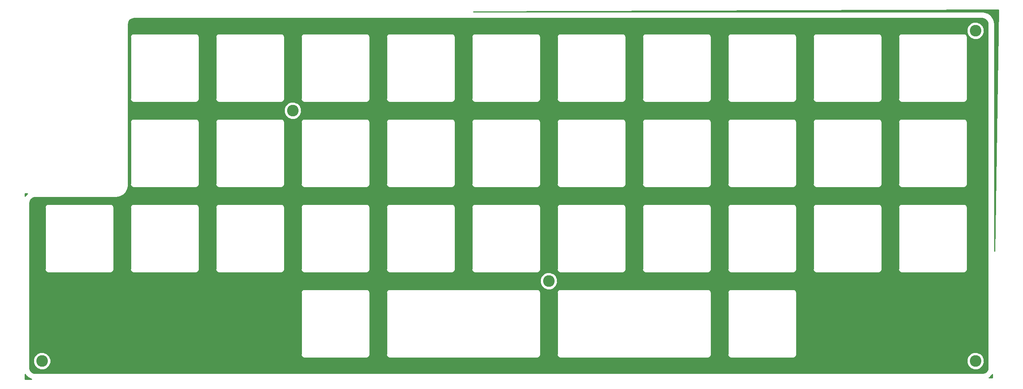
<source format=gbr>
G04 #@! TF.GenerationSoftware,KiCad,Pcbnew,(5.0.0)*
G04 #@! TF.CreationDate,2019-03-21T01:05:28+08:00*
G04 #@! TF.ProjectId,TopPlate,546F70506C6174652E6B696361645F70,rev?*
G04 #@! TF.SameCoordinates,Original*
G04 #@! TF.FileFunction,Copper,L1,Top,Signal*
G04 #@! TF.FilePolarity,Positive*
%FSLAX46Y46*%
G04 Gerber Fmt 4.6, Leading zero omitted, Abs format (unit mm)*
G04 Created by KiCad (PCBNEW (5.0.0)) date 03/21/19 01:05:28*
%MOMM*%
%LPD*%
G01*
G04 APERTURE LIST*
G04 #@! TA.AperFunction,ComponentPad*
%ADD10C,2.600000*%
G04 #@! TD*
G04 #@! TA.AperFunction,NonConductor*
%ADD11C,0.254000*%
G04 #@! TD*
G04 APERTURE END LIST*
D10*
G04 #@! TO.P,,1*
G04 #@! TO.N,N/C*
X241480000Y-118090000D03*
G04 #@! TD*
G04 #@! TO.P,,1*
G04 #@! TO.N,N/C*
X241480000Y-44270000D03*
G04 #@! TD*
G04 #@! TO.P,,1*
G04 #@! TO.N,N/C*
X146230000Y-100230000D03*
G04 #@! TD*
G04 #@! TO.P,,1*
G04 #@! TO.N,N/C*
X33120000Y-118100000D03*
G04 #@! TD*
G04 #@! TO.P,,1*
G04 #@! TO.N,N/C*
X89080000Y-62130000D03*
G04 #@! TD*
D11*
G36*
X29498851Y-121303021D02*
X29564441Y-121378208D01*
X29629078Y-121454157D01*
X29635844Y-121460060D01*
X30065429Y-121830215D01*
X30149492Y-121883976D01*
X30232841Y-121938726D01*
X30240988Y-121942490D01*
X30240991Y-121942492D01*
X30240994Y-121942493D01*
X30742545Y-122170534D01*
X29346909Y-122172794D01*
X29346115Y-121067378D01*
X29498851Y-121303021D01*
X29498851Y-121303021D01*
G37*
X29498851Y-121303021D02*
X29564441Y-121378208D01*
X29629078Y-121454157D01*
X29635844Y-121460060D01*
X30065429Y-121830215D01*
X30149492Y-121883976D01*
X30232841Y-121938726D01*
X30240988Y-121942490D01*
X30240991Y-121942492D01*
X30240994Y-121942493D01*
X30742545Y-122170534D01*
X29346909Y-122172794D01*
X29346115Y-121067378D01*
X29498851Y-121303021D01*
G36*
X245255031Y-121823202D02*
X244518483Y-121824395D01*
X244691271Y-121712399D01*
X244766458Y-121646809D01*
X244842407Y-121582172D01*
X244848310Y-121575406D01*
X245218465Y-121145821D01*
X245267196Y-121069623D01*
X245255031Y-121823202D01*
X245255031Y-121823202D01*
G37*
X245255031Y-121823202D02*
X244518483Y-121824395D01*
X244691271Y-121712399D01*
X244766458Y-121646809D01*
X244842407Y-121582172D01*
X244848310Y-121575406D01*
X245218465Y-121145821D01*
X245267196Y-121069623D01*
X245255031Y-121823202D01*
G36*
X243329690Y-41568544D02*
X243654254Y-41716114D01*
X243924357Y-41948850D01*
X244118282Y-42248039D01*
X244227720Y-42613979D01*
X244241751Y-42802786D01*
X244241750Y-119536136D01*
X244183706Y-119941438D01*
X244036135Y-120266004D01*
X243803400Y-120536106D01*
X243504209Y-120730032D01*
X243138275Y-120839470D01*
X242949477Y-120853500D01*
X31675114Y-120853500D01*
X31269812Y-120795456D01*
X30945246Y-120647885D01*
X30675144Y-120415150D01*
X30481218Y-120115959D01*
X30371780Y-119750025D01*
X30357750Y-119561227D01*
X30357750Y-117763880D01*
X31175934Y-117763880D01*
X31185000Y-118124322D01*
X31185000Y-118484895D01*
X31194656Y-118508206D01*
X31195290Y-118533427D01*
X31452545Y-119154496D01*
X31464631Y-119159986D01*
X31479586Y-119196090D01*
X32023910Y-119740414D01*
X32060014Y-119755369D01*
X32065504Y-119767455D01*
X32401974Y-119897013D01*
X32735105Y-120035000D01*
X32760335Y-120035000D01*
X32783880Y-120044066D01*
X33144322Y-120035000D01*
X33504895Y-120035000D01*
X33528206Y-120025344D01*
X33553427Y-120024710D01*
X34174496Y-119767455D01*
X34179986Y-119755369D01*
X34216090Y-119740414D01*
X34760414Y-119196090D01*
X34775369Y-119159986D01*
X34787455Y-119154496D01*
X34917013Y-118818026D01*
X35055000Y-118484895D01*
X35055000Y-118459665D01*
X35064066Y-118436120D01*
X35055000Y-118075678D01*
X35055000Y-117753880D01*
X239535934Y-117753880D01*
X239545000Y-118114322D01*
X239545000Y-118474895D01*
X239554656Y-118498206D01*
X239555290Y-118523427D01*
X239812545Y-119144496D01*
X239824631Y-119149986D01*
X239839586Y-119186090D01*
X240383910Y-119730414D01*
X240420014Y-119745369D01*
X240425504Y-119757455D01*
X240761974Y-119887013D01*
X241095105Y-120025000D01*
X241120335Y-120025000D01*
X241143880Y-120034066D01*
X241504322Y-120025000D01*
X241864895Y-120025000D01*
X241888206Y-120015344D01*
X241913427Y-120014710D01*
X242534496Y-119757455D01*
X242539986Y-119745369D01*
X242576090Y-119730414D01*
X243120414Y-119186090D01*
X243135369Y-119149986D01*
X243147455Y-119144496D01*
X243277013Y-118808026D01*
X243415000Y-118474895D01*
X243415000Y-118449665D01*
X243424066Y-118426120D01*
X243415000Y-118065678D01*
X243415000Y-117705105D01*
X243405344Y-117681794D01*
X243404710Y-117656573D01*
X243147455Y-117035504D01*
X243135369Y-117030014D01*
X243120414Y-116993910D01*
X242576090Y-116449586D01*
X242539986Y-116434631D01*
X242534496Y-116422545D01*
X242198026Y-116292987D01*
X241864895Y-116155000D01*
X241839665Y-116155000D01*
X241816120Y-116145934D01*
X241455678Y-116155000D01*
X241095105Y-116155000D01*
X241071794Y-116164656D01*
X241046573Y-116165290D01*
X240425504Y-116422545D01*
X240420014Y-116434631D01*
X240383910Y-116449586D01*
X239839586Y-116993910D01*
X239824631Y-117030014D01*
X239812545Y-117035504D01*
X239682987Y-117371974D01*
X239545000Y-117705105D01*
X239545000Y-117730335D01*
X239535934Y-117753880D01*
X35055000Y-117753880D01*
X35055000Y-117715105D01*
X35045344Y-117691794D01*
X35044710Y-117666573D01*
X34787455Y-117045504D01*
X34775369Y-117040014D01*
X34760414Y-117003910D01*
X34216090Y-116459586D01*
X34179986Y-116444631D01*
X34174496Y-116432545D01*
X33838026Y-116302987D01*
X33504895Y-116165000D01*
X33479665Y-116165000D01*
X33456120Y-116155934D01*
X33095678Y-116165000D01*
X32735105Y-116165000D01*
X32711794Y-116174656D01*
X32686573Y-116175290D01*
X32065504Y-116432545D01*
X32060014Y-116444631D01*
X32023910Y-116459586D01*
X31479586Y-117003910D01*
X31464631Y-117040014D01*
X31452545Y-117045504D01*
X31322987Y-117381974D01*
X31185000Y-117715105D01*
X31185000Y-117740335D01*
X31175934Y-117763880D01*
X30357750Y-117763880D01*
X30357750Y-102831500D01*
X90929351Y-102831500D01*
X90943750Y-102903888D01*
X90943751Y-116609107D01*
X90929351Y-116681500D01*
X90986396Y-116968283D01*
X91148845Y-117211405D01*
X91391967Y-117373854D01*
X91606362Y-117416500D01*
X91678750Y-117430899D01*
X91751138Y-117416500D01*
X105456362Y-117416500D01*
X105528750Y-117430899D01*
X105601138Y-117416500D01*
X105815533Y-117373854D01*
X106058655Y-117211405D01*
X106221104Y-116968283D01*
X106278149Y-116681500D01*
X106263750Y-116609112D01*
X106263750Y-102903888D01*
X106278149Y-102831500D01*
X109979351Y-102831500D01*
X109993751Y-102903893D01*
X109993750Y-116609112D01*
X109979351Y-116681500D01*
X110036396Y-116968283D01*
X110198845Y-117211405D01*
X110441967Y-117373854D01*
X110728750Y-117430899D01*
X110801138Y-117416500D01*
X143556362Y-117416500D01*
X143628750Y-117430899D01*
X143701138Y-117416500D01*
X143915533Y-117373854D01*
X144158655Y-117211405D01*
X144321104Y-116968283D01*
X144378149Y-116681500D01*
X144363750Y-116609112D01*
X144363750Y-102903888D01*
X144378149Y-102831500D01*
X148079351Y-102831500D01*
X148093750Y-102903888D01*
X148093751Y-116609107D01*
X148079351Y-116681500D01*
X148136396Y-116968283D01*
X148298845Y-117211405D01*
X148541967Y-117373854D01*
X148756362Y-117416500D01*
X148828750Y-117430899D01*
X148901138Y-117416500D01*
X181656362Y-117416500D01*
X181728750Y-117430899D01*
X181801138Y-117416500D01*
X182015533Y-117373854D01*
X182258655Y-117211405D01*
X182421104Y-116968283D01*
X182478149Y-116681500D01*
X182463750Y-116609112D01*
X182463750Y-102903888D01*
X182478149Y-102831500D01*
X186179351Y-102831500D01*
X186193751Y-102903893D01*
X186193750Y-116609112D01*
X186179351Y-116681500D01*
X186236396Y-116968283D01*
X186398845Y-117211405D01*
X186641967Y-117373854D01*
X186928750Y-117430899D01*
X187001138Y-117416500D01*
X200706362Y-117416500D01*
X200778750Y-117430899D01*
X200851138Y-117416500D01*
X201065533Y-117373854D01*
X201308655Y-117211405D01*
X201471104Y-116968283D01*
X201528149Y-116681500D01*
X201513750Y-116609112D01*
X201513750Y-102903888D01*
X201528149Y-102831500D01*
X201471104Y-102544717D01*
X201308655Y-102301595D01*
X201065533Y-102139146D01*
X200851138Y-102096500D01*
X200778750Y-102082101D01*
X200706362Y-102096500D01*
X187001138Y-102096500D01*
X186928750Y-102082101D01*
X186856362Y-102096500D01*
X186641967Y-102139146D01*
X186398845Y-102301595D01*
X186236396Y-102544717D01*
X186179351Y-102831500D01*
X182478149Y-102831500D01*
X182421104Y-102544717D01*
X182258655Y-102301595D01*
X182015533Y-102139146D01*
X181801138Y-102096500D01*
X181728750Y-102082101D01*
X181656362Y-102096500D01*
X148901138Y-102096500D01*
X148828750Y-102082101D01*
X148756362Y-102096500D01*
X148541967Y-102139146D01*
X148298845Y-102301595D01*
X148136396Y-102544717D01*
X148079351Y-102831500D01*
X144378149Y-102831500D01*
X144321104Y-102544717D01*
X144158655Y-102301595D01*
X143915533Y-102139146D01*
X143701138Y-102096500D01*
X143628750Y-102082101D01*
X143556362Y-102096500D01*
X110801138Y-102096500D01*
X110728750Y-102082101D01*
X110656362Y-102096500D01*
X110441967Y-102139146D01*
X110198845Y-102301595D01*
X110036396Y-102544717D01*
X109979351Y-102831500D01*
X106278149Y-102831500D01*
X106221104Y-102544717D01*
X106058655Y-102301595D01*
X105815533Y-102139146D01*
X105601138Y-102096500D01*
X105528750Y-102082101D01*
X105456362Y-102096500D01*
X91751138Y-102096500D01*
X91678750Y-102082101D01*
X91606362Y-102096500D01*
X91391967Y-102139146D01*
X91148845Y-102301595D01*
X90986396Y-102544717D01*
X90929351Y-102831500D01*
X30357750Y-102831500D01*
X30357750Y-99893880D01*
X144285934Y-99893880D01*
X144295000Y-100254322D01*
X144295000Y-100614895D01*
X144304656Y-100638206D01*
X144305290Y-100663427D01*
X144562545Y-101284496D01*
X144574631Y-101289986D01*
X144589586Y-101326090D01*
X145133910Y-101870414D01*
X145170014Y-101885369D01*
X145175504Y-101897455D01*
X145511974Y-102027013D01*
X145845105Y-102165000D01*
X145870335Y-102165000D01*
X145893880Y-102174066D01*
X146254322Y-102165000D01*
X146614895Y-102165000D01*
X146638206Y-102155344D01*
X146663427Y-102154710D01*
X147284496Y-101897455D01*
X147289986Y-101885369D01*
X147326090Y-101870414D01*
X147870414Y-101326090D01*
X147885369Y-101289986D01*
X147897455Y-101284496D01*
X148027013Y-100948026D01*
X148165000Y-100614895D01*
X148165000Y-100589665D01*
X148174066Y-100566120D01*
X148165000Y-100205678D01*
X148165000Y-99845105D01*
X148155344Y-99821794D01*
X148154710Y-99796573D01*
X147897455Y-99175504D01*
X147885369Y-99170014D01*
X147870414Y-99133910D01*
X147326090Y-98589586D01*
X147289986Y-98574631D01*
X147284496Y-98562545D01*
X146948026Y-98432987D01*
X146614895Y-98295000D01*
X146589665Y-98295000D01*
X146566120Y-98285934D01*
X146205678Y-98295000D01*
X145845105Y-98295000D01*
X145821794Y-98304656D01*
X145796573Y-98305290D01*
X145175504Y-98562545D01*
X145170014Y-98574631D01*
X145133910Y-98589586D01*
X144589586Y-99133910D01*
X144574631Y-99170014D01*
X144562545Y-99175504D01*
X144432987Y-99511974D01*
X144295000Y-99845105D01*
X144295000Y-99870335D01*
X144285934Y-99893880D01*
X30357750Y-99893880D01*
X30357750Y-83781500D01*
X33779351Y-83781500D01*
X33793751Y-83853893D01*
X33793750Y-97559112D01*
X33779351Y-97631500D01*
X33836396Y-97918283D01*
X33998845Y-98161405D01*
X34241967Y-98323854D01*
X34528750Y-98380899D01*
X34601138Y-98366500D01*
X48306362Y-98366500D01*
X48378750Y-98380899D01*
X48451138Y-98366500D01*
X48665533Y-98323854D01*
X48908655Y-98161405D01*
X49071104Y-97918283D01*
X49128149Y-97631500D01*
X49113750Y-97559112D01*
X49113750Y-83853888D01*
X49128149Y-83781500D01*
X52829351Y-83781500D01*
X52843750Y-83853888D01*
X52843751Y-97559107D01*
X52829351Y-97631500D01*
X52886396Y-97918283D01*
X53048845Y-98161405D01*
X53291967Y-98323854D01*
X53506362Y-98366500D01*
X53578750Y-98380899D01*
X53651138Y-98366500D01*
X67356362Y-98366500D01*
X67428750Y-98380899D01*
X67501138Y-98366500D01*
X67715533Y-98323854D01*
X67958655Y-98161405D01*
X68121104Y-97918283D01*
X68178149Y-97631500D01*
X68163750Y-97559112D01*
X68163750Y-83853888D01*
X68178149Y-83781500D01*
X71879351Y-83781500D01*
X71893751Y-83853893D01*
X71893750Y-97559112D01*
X71879351Y-97631500D01*
X71936396Y-97918283D01*
X72098845Y-98161405D01*
X72341967Y-98323854D01*
X72628750Y-98380899D01*
X72701138Y-98366500D01*
X86406362Y-98366500D01*
X86478750Y-98380899D01*
X86551138Y-98366500D01*
X86765533Y-98323854D01*
X87008655Y-98161405D01*
X87171104Y-97918283D01*
X87228149Y-97631500D01*
X87213750Y-97559112D01*
X87213750Y-83853888D01*
X87228149Y-83781500D01*
X90929351Y-83781500D01*
X90943750Y-83853888D01*
X90943751Y-97559107D01*
X90929351Y-97631500D01*
X90986396Y-97918283D01*
X91148845Y-98161405D01*
X91391967Y-98323854D01*
X91606362Y-98366500D01*
X91678750Y-98380899D01*
X91751138Y-98366500D01*
X105456362Y-98366500D01*
X105528750Y-98380899D01*
X105601138Y-98366500D01*
X105815533Y-98323854D01*
X106058655Y-98161405D01*
X106221104Y-97918283D01*
X106278149Y-97631500D01*
X106263750Y-97559112D01*
X106263750Y-83853888D01*
X106278149Y-83781500D01*
X109979351Y-83781500D01*
X109993750Y-83853888D01*
X109993751Y-97559107D01*
X109979351Y-97631500D01*
X110036396Y-97918283D01*
X110198845Y-98161405D01*
X110441967Y-98323854D01*
X110656362Y-98366500D01*
X110728750Y-98380899D01*
X110801138Y-98366500D01*
X124506362Y-98366500D01*
X124578750Y-98380899D01*
X124651138Y-98366500D01*
X124865533Y-98323854D01*
X125108655Y-98161405D01*
X125271104Y-97918283D01*
X125328149Y-97631500D01*
X125313750Y-97559112D01*
X125313750Y-83853888D01*
X125328149Y-83781500D01*
X129029351Y-83781500D01*
X129043751Y-83853893D01*
X129043750Y-97559112D01*
X129029351Y-97631500D01*
X129086396Y-97918283D01*
X129248845Y-98161405D01*
X129491967Y-98323854D01*
X129778750Y-98380899D01*
X129851138Y-98366500D01*
X143556362Y-98366500D01*
X143628750Y-98380899D01*
X143701138Y-98366500D01*
X143915533Y-98323854D01*
X144158655Y-98161405D01*
X144321104Y-97918283D01*
X144378149Y-97631500D01*
X144363750Y-97559112D01*
X144363750Y-83853888D01*
X144378149Y-83781500D01*
X148079351Y-83781500D01*
X148093751Y-83853893D01*
X148093750Y-97559112D01*
X148079351Y-97631500D01*
X148136396Y-97918283D01*
X148298845Y-98161405D01*
X148541967Y-98323854D01*
X148828750Y-98380899D01*
X148901138Y-98366500D01*
X162606362Y-98366500D01*
X162678750Y-98380899D01*
X162751138Y-98366500D01*
X162965533Y-98323854D01*
X163208655Y-98161405D01*
X163371104Y-97918283D01*
X163428149Y-97631500D01*
X163413750Y-97559112D01*
X163413750Y-83853888D01*
X163428149Y-83781500D01*
X167129351Y-83781500D01*
X167143751Y-83853893D01*
X167143750Y-97559112D01*
X167129351Y-97631500D01*
X167186396Y-97918283D01*
X167348845Y-98161405D01*
X167591967Y-98323854D01*
X167878750Y-98380899D01*
X167951138Y-98366500D01*
X181656362Y-98366500D01*
X181728750Y-98380899D01*
X181801138Y-98366500D01*
X182015533Y-98323854D01*
X182258655Y-98161405D01*
X182421104Y-97918283D01*
X182478149Y-97631500D01*
X182463750Y-97559112D01*
X182463750Y-83853888D01*
X182478149Y-83781500D01*
X186179351Y-83781500D01*
X186193751Y-83853893D01*
X186193750Y-97559112D01*
X186179351Y-97631500D01*
X186236396Y-97918283D01*
X186398845Y-98161405D01*
X186641967Y-98323854D01*
X186928750Y-98380899D01*
X187001138Y-98366500D01*
X200706362Y-98366500D01*
X200778750Y-98380899D01*
X200851138Y-98366500D01*
X201065533Y-98323854D01*
X201308655Y-98161405D01*
X201471104Y-97918283D01*
X201528149Y-97631500D01*
X201513750Y-97559112D01*
X201513750Y-83853888D01*
X201528149Y-83781500D01*
X205229351Y-83781500D01*
X205243750Y-83853888D01*
X205243751Y-97559107D01*
X205229351Y-97631500D01*
X205286396Y-97918283D01*
X205448845Y-98161405D01*
X205691967Y-98323854D01*
X205906362Y-98366500D01*
X205978750Y-98380899D01*
X206051138Y-98366500D01*
X219756362Y-98366500D01*
X219828750Y-98380899D01*
X219901138Y-98366500D01*
X220115533Y-98323854D01*
X220358655Y-98161405D01*
X220521104Y-97918283D01*
X220578149Y-97631500D01*
X220563750Y-97559112D01*
X220563750Y-83853888D01*
X220578149Y-83781500D01*
X224279351Y-83781500D01*
X224293751Y-83853893D01*
X224293750Y-97559112D01*
X224279351Y-97631500D01*
X224336396Y-97918283D01*
X224498845Y-98161405D01*
X224741967Y-98323854D01*
X225028750Y-98380899D01*
X225101138Y-98366500D01*
X238806362Y-98366500D01*
X238878750Y-98380899D01*
X238951138Y-98366500D01*
X239165533Y-98323854D01*
X239408655Y-98161405D01*
X239571104Y-97918283D01*
X239628149Y-97631500D01*
X239613750Y-97559112D01*
X239613750Y-83853888D01*
X239628149Y-83781500D01*
X239571104Y-83494717D01*
X239408655Y-83251595D01*
X239165533Y-83089146D01*
X238951138Y-83046500D01*
X238878750Y-83032101D01*
X238806362Y-83046500D01*
X225101138Y-83046500D01*
X225028750Y-83032101D01*
X224956362Y-83046500D01*
X224741967Y-83089146D01*
X224498845Y-83251595D01*
X224336396Y-83494717D01*
X224279351Y-83781500D01*
X220578149Y-83781500D01*
X220521104Y-83494717D01*
X220358655Y-83251595D01*
X220115533Y-83089146D01*
X219901138Y-83046500D01*
X219828750Y-83032101D01*
X219756362Y-83046500D01*
X206051138Y-83046500D01*
X205978750Y-83032101D01*
X205906362Y-83046500D01*
X205691967Y-83089146D01*
X205448845Y-83251595D01*
X205286396Y-83494717D01*
X205229351Y-83781500D01*
X201528149Y-83781500D01*
X201471104Y-83494717D01*
X201308655Y-83251595D01*
X201065533Y-83089146D01*
X200851138Y-83046500D01*
X200778750Y-83032101D01*
X200706362Y-83046500D01*
X187001138Y-83046500D01*
X186928750Y-83032101D01*
X186856362Y-83046500D01*
X186641967Y-83089146D01*
X186398845Y-83251595D01*
X186236396Y-83494717D01*
X186179351Y-83781500D01*
X182478149Y-83781500D01*
X182421104Y-83494717D01*
X182258655Y-83251595D01*
X182015533Y-83089146D01*
X181801138Y-83046500D01*
X181728750Y-83032101D01*
X181656362Y-83046500D01*
X167951138Y-83046500D01*
X167878750Y-83032101D01*
X167806362Y-83046500D01*
X167591967Y-83089146D01*
X167348845Y-83251595D01*
X167186396Y-83494717D01*
X167129351Y-83781500D01*
X163428149Y-83781500D01*
X163371104Y-83494717D01*
X163208655Y-83251595D01*
X162965533Y-83089146D01*
X162751138Y-83046500D01*
X162678750Y-83032101D01*
X162606362Y-83046500D01*
X148901138Y-83046500D01*
X148828750Y-83032101D01*
X148756362Y-83046500D01*
X148541967Y-83089146D01*
X148298845Y-83251595D01*
X148136396Y-83494717D01*
X148079351Y-83781500D01*
X144378149Y-83781500D01*
X144321104Y-83494717D01*
X144158655Y-83251595D01*
X143915533Y-83089146D01*
X143701138Y-83046500D01*
X143628750Y-83032101D01*
X143556362Y-83046500D01*
X129851138Y-83046500D01*
X129778750Y-83032101D01*
X129706362Y-83046500D01*
X129491967Y-83089146D01*
X129248845Y-83251595D01*
X129086396Y-83494717D01*
X129029351Y-83781500D01*
X125328149Y-83781500D01*
X125271104Y-83494717D01*
X125108655Y-83251595D01*
X124865533Y-83089146D01*
X124651138Y-83046500D01*
X124578750Y-83032101D01*
X124506362Y-83046500D01*
X110801138Y-83046500D01*
X110728750Y-83032101D01*
X110656362Y-83046500D01*
X110441967Y-83089146D01*
X110198845Y-83251595D01*
X110036396Y-83494717D01*
X109979351Y-83781500D01*
X106278149Y-83781500D01*
X106221104Y-83494717D01*
X106058655Y-83251595D01*
X105815533Y-83089146D01*
X105601138Y-83046500D01*
X105528750Y-83032101D01*
X105456362Y-83046500D01*
X91751138Y-83046500D01*
X91678750Y-83032101D01*
X91606362Y-83046500D01*
X91391967Y-83089146D01*
X91148845Y-83251595D01*
X90986396Y-83494717D01*
X90929351Y-83781500D01*
X87228149Y-83781500D01*
X87171104Y-83494717D01*
X87008655Y-83251595D01*
X86765533Y-83089146D01*
X86551138Y-83046500D01*
X86478750Y-83032101D01*
X86406362Y-83046500D01*
X72701138Y-83046500D01*
X72628750Y-83032101D01*
X72556362Y-83046500D01*
X72341967Y-83089146D01*
X72098845Y-83251595D01*
X71936396Y-83494717D01*
X71879351Y-83781500D01*
X68178149Y-83781500D01*
X68121104Y-83494717D01*
X67958655Y-83251595D01*
X67715533Y-83089146D01*
X67501138Y-83046500D01*
X67428750Y-83032101D01*
X67356362Y-83046500D01*
X53651138Y-83046500D01*
X53578750Y-83032101D01*
X53506362Y-83046500D01*
X53291967Y-83089146D01*
X53048845Y-83251595D01*
X52886396Y-83494717D01*
X52829351Y-83781500D01*
X49128149Y-83781500D01*
X49071104Y-83494717D01*
X48908655Y-83251595D01*
X48665533Y-83089146D01*
X48451138Y-83046500D01*
X48378750Y-83032101D01*
X48306362Y-83046500D01*
X34601138Y-83046500D01*
X34528750Y-83032101D01*
X34456362Y-83046500D01*
X34241967Y-83089146D01*
X33998845Y-83251595D01*
X33836396Y-83494717D01*
X33779351Y-83781500D01*
X30357750Y-83781500D01*
X30357750Y-82827864D01*
X30415794Y-82422560D01*
X30563364Y-82097996D01*
X30796100Y-81827893D01*
X31095289Y-81633968D01*
X31461229Y-81524530D01*
X31650023Y-81510500D01*
X49695138Y-81510500D01*
X49722045Y-81505148D01*
X49972838Y-81486511D01*
X50046073Y-81470409D01*
X50120347Y-81460235D01*
X50128965Y-81457715D01*
X50672250Y-81295239D01*
X50762818Y-81253390D01*
X50853861Y-81212665D01*
X50861426Y-81207827D01*
X51337271Y-80899399D01*
X51412458Y-80833809D01*
X51488407Y-80769172D01*
X51494310Y-80762406D01*
X51864465Y-80332821D01*
X51918226Y-80248758D01*
X51972976Y-80165409D01*
X51976742Y-80157258D01*
X52211448Y-79641049D01*
X52239456Y-79545269D01*
X52268610Y-79449910D01*
X52269938Y-79441030D01*
X52347510Y-78899369D01*
X52357750Y-78847888D01*
X52357750Y-64731500D01*
X52829351Y-64731500D01*
X52843751Y-64803893D01*
X52843750Y-78509112D01*
X52829351Y-78581500D01*
X52886396Y-78868283D01*
X52894023Y-78879697D01*
X53048845Y-79111405D01*
X53291967Y-79273854D01*
X53578750Y-79330899D01*
X53651138Y-79316500D01*
X67356362Y-79316500D01*
X67428750Y-79330899D01*
X67501138Y-79316500D01*
X67715533Y-79273854D01*
X67958655Y-79111405D01*
X68121104Y-78868283D01*
X68178149Y-78581500D01*
X68163750Y-78509112D01*
X68163750Y-64803888D01*
X68178149Y-64731500D01*
X71879351Y-64731500D01*
X71893750Y-64803888D01*
X71893751Y-78509107D01*
X71879351Y-78581500D01*
X71936396Y-78868283D01*
X72098845Y-79111405D01*
X72341967Y-79273854D01*
X72556362Y-79316500D01*
X72628750Y-79330899D01*
X72701138Y-79316500D01*
X86406362Y-79316500D01*
X86478750Y-79330899D01*
X86551138Y-79316500D01*
X86765533Y-79273854D01*
X87008655Y-79111405D01*
X87171104Y-78868283D01*
X87228149Y-78581500D01*
X87213750Y-78509112D01*
X87213750Y-64803888D01*
X87228149Y-64731500D01*
X90929351Y-64731500D01*
X90943750Y-64803888D01*
X90943751Y-78509107D01*
X90929351Y-78581500D01*
X90986396Y-78868283D01*
X91148845Y-79111405D01*
X91391967Y-79273854D01*
X91606362Y-79316500D01*
X91678750Y-79330899D01*
X91751138Y-79316500D01*
X105456362Y-79316500D01*
X105528750Y-79330899D01*
X105601138Y-79316500D01*
X105815533Y-79273854D01*
X106058655Y-79111405D01*
X106221104Y-78868283D01*
X106278149Y-78581500D01*
X106263750Y-78509112D01*
X106263750Y-64803888D01*
X106278149Y-64731500D01*
X109979351Y-64731500D01*
X109993750Y-64803888D01*
X109993751Y-78509107D01*
X109979351Y-78581500D01*
X110036396Y-78868283D01*
X110198845Y-79111405D01*
X110441967Y-79273854D01*
X110656362Y-79316500D01*
X110728750Y-79330899D01*
X110801138Y-79316500D01*
X124506362Y-79316500D01*
X124578750Y-79330899D01*
X124651138Y-79316500D01*
X124865533Y-79273854D01*
X125108655Y-79111405D01*
X125271104Y-78868283D01*
X125328149Y-78581500D01*
X125313750Y-78509112D01*
X125313750Y-64803888D01*
X125328149Y-64731500D01*
X129029351Y-64731500D01*
X129043751Y-64803893D01*
X129043750Y-78509112D01*
X129029351Y-78581500D01*
X129086396Y-78868283D01*
X129094023Y-78879697D01*
X129248845Y-79111405D01*
X129491967Y-79273854D01*
X129778750Y-79330899D01*
X129851138Y-79316500D01*
X143556362Y-79316500D01*
X143628750Y-79330899D01*
X143701138Y-79316500D01*
X143915533Y-79273854D01*
X144158655Y-79111405D01*
X144321104Y-78868283D01*
X144378149Y-78581500D01*
X144363750Y-78509112D01*
X144363750Y-64803888D01*
X144378149Y-64731500D01*
X148079351Y-64731500D01*
X148093751Y-64803893D01*
X148093750Y-78509112D01*
X148079351Y-78581500D01*
X148136396Y-78868283D01*
X148144023Y-78879697D01*
X148298845Y-79111405D01*
X148541967Y-79273854D01*
X148828750Y-79330899D01*
X148901138Y-79316500D01*
X162606362Y-79316500D01*
X162678750Y-79330899D01*
X162751138Y-79316500D01*
X162965533Y-79273854D01*
X163208655Y-79111405D01*
X163371104Y-78868283D01*
X163428149Y-78581500D01*
X163413750Y-78509112D01*
X163413750Y-64803888D01*
X163428149Y-64731500D01*
X167129351Y-64731500D01*
X167143751Y-64803893D01*
X167143750Y-78509112D01*
X167129351Y-78581500D01*
X167186396Y-78868283D01*
X167194023Y-78879697D01*
X167348845Y-79111405D01*
X167591967Y-79273854D01*
X167878750Y-79330899D01*
X167951138Y-79316500D01*
X181656362Y-79316500D01*
X181728750Y-79330899D01*
X181801138Y-79316500D01*
X182015533Y-79273854D01*
X182258655Y-79111405D01*
X182421104Y-78868283D01*
X182478149Y-78581500D01*
X182463750Y-78509112D01*
X182463750Y-64803888D01*
X182478149Y-64731500D01*
X186179351Y-64731500D01*
X186193750Y-64803888D01*
X186193751Y-78509107D01*
X186179351Y-78581500D01*
X186236396Y-78868283D01*
X186398845Y-79111405D01*
X186641967Y-79273854D01*
X186856362Y-79316500D01*
X186928750Y-79330899D01*
X187001138Y-79316500D01*
X200706362Y-79316500D01*
X200778750Y-79330899D01*
X200851138Y-79316500D01*
X201065533Y-79273854D01*
X201308655Y-79111405D01*
X201471104Y-78868283D01*
X201528149Y-78581500D01*
X201513750Y-78509112D01*
X201513750Y-64803888D01*
X201528149Y-64731500D01*
X205229351Y-64731500D01*
X205243750Y-64803888D01*
X205243751Y-78509107D01*
X205229351Y-78581500D01*
X205286396Y-78868283D01*
X205448845Y-79111405D01*
X205691967Y-79273854D01*
X205906362Y-79316500D01*
X205978750Y-79330899D01*
X206051138Y-79316500D01*
X219756362Y-79316500D01*
X219828750Y-79330899D01*
X219901138Y-79316500D01*
X220115533Y-79273854D01*
X220358655Y-79111405D01*
X220521104Y-78868283D01*
X220578149Y-78581500D01*
X220563750Y-78509112D01*
X220563750Y-64803888D01*
X220578149Y-64731500D01*
X224279351Y-64731500D01*
X224293751Y-64803893D01*
X224293750Y-78509112D01*
X224279351Y-78581500D01*
X224336396Y-78868283D01*
X224344023Y-78879697D01*
X224498845Y-79111405D01*
X224741967Y-79273854D01*
X225028750Y-79330899D01*
X225101138Y-79316500D01*
X238806362Y-79316500D01*
X238878750Y-79330899D01*
X238951138Y-79316500D01*
X239165533Y-79273854D01*
X239408655Y-79111405D01*
X239571104Y-78868283D01*
X239628149Y-78581500D01*
X239613750Y-78509112D01*
X239613750Y-64803888D01*
X239628149Y-64731500D01*
X239571104Y-64444717D01*
X239408655Y-64201595D01*
X239165533Y-64039146D01*
X238951138Y-63996500D01*
X238878750Y-63982101D01*
X238806362Y-63996500D01*
X225101138Y-63996500D01*
X225028750Y-63982101D01*
X224956362Y-63996500D01*
X224741967Y-64039146D01*
X224498845Y-64201595D01*
X224336396Y-64444717D01*
X224279351Y-64731500D01*
X220578149Y-64731500D01*
X220521104Y-64444717D01*
X220358655Y-64201595D01*
X220115533Y-64039146D01*
X219901138Y-63996500D01*
X219828750Y-63982101D01*
X219756362Y-63996500D01*
X206051138Y-63996500D01*
X205978750Y-63982101D01*
X205906362Y-63996500D01*
X205691967Y-64039146D01*
X205448845Y-64201595D01*
X205286396Y-64444717D01*
X205229351Y-64731500D01*
X201528149Y-64731500D01*
X201471104Y-64444717D01*
X201308655Y-64201595D01*
X201065533Y-64039146D01*
X200851138Y-63996500D01*
X200778750Y-63982101D01*
X200706362Y-63996500D01*
X187001138Y-63996500D01*
X186928750Y-63982101D01*
X186856362Y-63996500D01*
X186641967Y-64039146D01*
X186398845Y-64201595D01*
X186236396Y-64444717D01*
X186179351Y-64731500D01*
X182478149Y-64731500D01*
X182421104Y-64444717D01*
X182258655Y-64201595D01*
X182015533Y-64039146D01*
X181801138Y-63996500D01*
X181728750Y-63982101D01*
X181656362Y-63996500D01*
X167951138Y-63996500D01*
X167878750Y-63982101D01*
X167806362Y-63996500D01*
X167591967Y-64039146D01*
X167348845Y-64201595D01*
X167186396Y-64444717D01*
X167129351Y-64731500D01*
X163428149Y-64731500D01*
X163371104Y-64444717D01*
X163208655Y-64201595D01*
X162965533Y-64039146D01*
X162751138Y-63996500D01*
X162678750Y-63982101D01*
X162606362Y-63996500D01*
X148901138Y-63996500D01*
X148828750Y-63982101D01*
X148756362Y-63996500D01*
X148541967Y-64039146D01*
X148298845Y-64201595D01*
X148136396Y-64444717D01*
X148079351Y-64731500D01*
X144378149Y-64731500D01*
X144321104Y-64444717D01*
X144158655Y-64201595D01*
X143915533Y-64039146D01*
X143701138Y-63996500D01*
X143628750Y-63982101D01*
X143556362Y-63996500D01*
X129851138Y-63996500D01*
X129778750Y-63982101D01*
X129706362Y-63996500D01*
X129491967Y-64039146D01*
X129248845Y-64201595D01*
X129086396Y-64444717D01*
X129029351Y-64731500D01*
X125328149Y-64731500D01*
X125271104Y-64444717D01*
X125108655Y-64201595D01*
X124865533Y-64039146D01*
X124651138Y-63996500D01*
X124578750Y-63982101D01*
X124506362Y-63996500D01*
X110801138Y-63996500D01*
X110728750Y-63982101D01*
X110656362Y-63996500D01*
X110441967Y-64039146D01*
X110198845Y-64201595D01*
X110036396Y-64444717D01*
X109979351Y-64731500D01*
X106278149Y-64731500D01*
X106221104Y-64444717D01*
X106058655Y-64201595D01*
X105815533Y-64039146D01*
X105601138Y-63996500D01*
X105528750Y-63982101D01*
X105456362Y-63996500D01*
X91751138Y-63996500D01*
X91678750Y-63982101D01*
X91606362Y-63996500D01*
X91391967Y-64039146D01*
X91148845Y-64201595D01*
X90986396Y-64444717D01*
X90929351Y-64731500D01*
X87228149Y-64731500D01*
X87171104Y-64444717D01*
X87008655Y-64201595D01*
X86765533Y-64039146D01*
X86551138Y-63996500D01*
X86478750Y-63982101D01*
X86406362Y-63996500D01*
X72701138Y-63996500D01*
X72628750Y-63982101D01*
X72556362Y-63996500D01*
X72341967Y-64039146D01*
X72098845Y-64201595D01*
X71936396Y-64444717D01*
X71879351Y-64731500D01*
X68178149Y-64731500D01*
X68121104Y-64444717D01*
X67958655Y-64201595D01*
X67715533Y-64039146D01*
X67501138Y-63996500D01*
X67428750Y-63982101D01*
X67356362Y-63996500D01*
X53651138Y-63996500D01*
X53578750Y-63982101D01*
X53506362Y-63996500D01*
X53291967Y-64039146D01*
X53048845Y-64201595D01*
X52886396Y-64444717D01*
X52829351Y-64731500D01*
X52357750Y-64731500D01*
X52357750Y-61793880D01*
X87135934Y-61793880D01*
X87145000Y-62154322D01*
X87145000Y-62514895D01*
X87154656Y-62538206D01*
X87155290Y-62563427D01*
X87412545Y-63184496D01*
X87424631Y-63189986D01*
X87439586Y-63226090D01*
X87983910Y-63770414D01*
X88020014Y-63785369D01*
X88025504Y-63797455D01*
X88361974Y-63927013D01*
X88695105Y-64065000D01*
X88720335Y-64065000D01*
X88743880Y-64074066D01*
X89104322Y-64065000D01*
X89464895Y-64065000D01*
X89488206Y-64055344D01*
X89513427Y-64054710D01*
X90134496Y-63797455D01*
X90139986Y-63785369D01*
X90176090Y-63770414D01*
X90720414Y-63226090D01*
X90735369Y-63189986D01*
X90747455Y-63184496D01*
X90877013Y-62848026D01*
X91015000Y-62514895D01*
X91015000Y-62489665D01*
X91024066Y-62466120D01*
X91015000Y-62105678D01*
X91015000Y-61745105D01*
X91005344Y-61721794D01*
X91004710Y-61696573D01*
X90747455Y-61075504D01*
X90735369Y-61070014D01*
X90720414Y-61033910D01*
X90176090Y-60489586D01*
X90139986Y-60474631D01*
X90134496Y-60462545D01*
X89798026Y-60332987D01*
X89464895Y-60195000D01*
X89439665Y-60195000D01*
X89416120Y-60185934D01*
X89055678Y-60195000D01*
X88695105Y-60195000D01*
X88671794Y-60204656D01*
X88646573Y-60205290D01*
X88025504Y-60462545D01*
X88020014Y-60474631D01*
X87983910Y-60489586D01*
X87439586Y-61033910D01*
X87424631Y-61070014D01*
X87412545Y-61075504D01*
X87282987Y-61411974D01*
X87145000Y-61745105D01*
X87145000Y-61770335D01*
X87135934Y-61793880D01*
X52357750Y-61793880D01*
X52357750Y-45681500D01*
X52829351Y-45681500D01*
X52843751Y-45753893D01*
X52843750Y-59459112D01*
X52829351Y-59531500D01*
X52886396Y-59818283D01*
X53048845Y-60061405D01*
X53291967Y-60223854D01*
X53578750Y-60280899D01*
X53651138Y-60266500D01*
X67356362Y-60266500D01*
X67428750Y-60280899D01*
X67501138Y-60266500D01*
X67715533Y-60223854D01*
X67958655Y-60061405D01*
X68121104Y-59818283D01*
X68178149Y-59531500D01*
X68163750Y-59459112D01*
X68163750Y-45753888D01*
X68178149Y-45681500D01*
X71879351Y-45681500D01*
X71893750Y-45753888D01*
X71893751Y-59459107D01*
X71879351Y-59531500D01*
X71936396Y-59818283D01*
X72098845Y-60061405D01*
X72341967Y-60223854D01*
X72556362Y-60266500D01*
X72628750Y-60280899D01*
X72701138Y-60266500D01*
X86406362Y-60266500D01*
X86478750Y-60280899D01*
X86551138Y-60266500D01*
X86765533Y-60223854D01*
X87008655Y-60061405D01*
X87171104Y-59818283D01*
X87228149Y-59531500D01*
X87213750Y-59459112D01*
X87213750Y-45753888D01*
X87228149Y-45681500D01*
X90929351Y-45681500D01*
X90943751Y-45753893D01*
X90943750Y-59459112D01*
X90929351Y-59531500D01*
X90986396Y-59818283D01*
X91148845Y-60061405D01*
X91391967Y-60223854D01*
X91678750Y-60280899D01*
X91751138Y-60266500D01*
X105456362Y-60266500D01*
X105528750Y-60280899D01*
X105601138Y-60266500D01*
X105815533Y-60223854D01*
X106058655Y-60061405D01*
X106221104Y-59818283D01*
X106278149Y-59531500D01*
X106263750Y-59459112D01*
X106263750Y-45753888D01*
X106278149Y-45681500D01*
X109979351Y-45681500D01*
X109993750Y-45753888D01*
X109993751Y-59459107D01*
X109979351Y-59531500D01*
X110036396Y-59818283D01*
X110198845Y-60061405D01*
X110441967Y-60223854D01*
X110656362Y-60266500D01*
X110728750Y-60280899D01*
X110801138Y-60266500D01*
X124506362Y-60266500D01*
X124578750Y-60280899D01*
X124651138Y-60266500D01*
X124865533Y-60223854D01*
X125108655Y-60061405D01*
X125271104Y-59818283D01*
X125328149Y-59531500D01*
X125313750Y-59459112D01*
X125313750Y-45753888D01*
X125328149Y-45681500D01*
X129029351Y-45681500D01*
X129043751Y-45753893D01*
X129043750Y-59459112D01*
X129029351Y-59531500D01*
X129086396Y-59818283D01*
X129248845Y-60061405D01*
X129491967Y-60223854D01*
X129778750Y-60280899D01*
X129851138Y-60266500D01*
X143556362Y-60266500D01*
X143628750Y-60280899D01*
X143701138Y-60266500D01*
X143915533Y-60223854D01*
X144158655Y-60061405D01*
X144321104Y-59818283D01*
X144378149Y-59531500D01*
X144363750Y-59459112D01*
X144363750Y-45753888D01*
X144378149Y-45681500D01*
X148079351Y-45681500D01*
X148093750Y-45753888D01*
X148093751Y-59459107D01*
X148079351Y-59531500D01*
X148136396Y-59818283D01*
X148298845Y-60061405D01*
X148541967Y-60223854D01*
X148756362Y-60266500D01*
X148828750Y-60280899D01*
X148901138Y-60266500D01*
X162606362Y-60266500D01*
X162678750Y-60280899D01*
X162751138Y-60266500D01*
X162965533Y-60223854D01*
X163208655Y-60061405D01*
X163371104Y-59818283D01*
X163428149Y-59531500D01*
X163413750Y-59459112D01*
X163413750Y-45753888D01*
X163428149Y-45681500D01*
X167129351Y-45681500D01*
X167143750Y-45753888D01*
X167143751Y-59459107D01*
X167129351Y-59531500D01*
X167186396Y-59818283D01*
X167348845Y-60061405D01*
X167591967Y-60223854D01*
X167806362Y-60266500D01*
X167878750Y-60280899D01*
X167951138Y-60266500D01*
X181656362Y-60266500D01*
X181728750Y-60280899D01*
X181801138Y-60266500D01*
X182015533Y-60223854D01*
X182258655Y-60061405D01*
X182421104Y-59818283D01*
X182478149Y-59531500D01*
X182463750Y-59459112D01*
X182463750Y-45753888D01*
X182478149Y-45681500D01*
X186179351Y-45681500D01*
X186193750Y-45753888D01*
X186193751Y-59459107D01*
X186179351Y-59531500D01*
X186236396Y-59818283D01*
X186398845Y-60061405D01*
X186641967Y-60223854D01*
X186856362Y-60266500D01*
X186928750Y-60280899D01*
X187001138Y-60266500D01*
X200706362Y-60266500D01*
X200778750Y-60280899D01*
X200851138Y-60266500D01*
X201065533Y-60223854D01*
X201308655Y-60061405D01*
X201471104Y-59818283D01*
X201528149Y-59531500D01*
X201513750Y-59459112D01*
X201513750Y-45753888D01*
X201528149Y-45681500D01*
X205229351Y-45681500D01*
X205243750Y-45753888D01*
X205243751Y-59459107D01*
X205229351Y-59531500D01*
X205286396Y-59818283D01*
X205448845Y-60061405D01*
X205691967Y-60223854D01*
X205906362Y-60266500D01*
X205978750Y-60280899D01*
X206051138Y-60266500D01*
X219756362Y-60266500D01*
X219828750Y-60280899D01*
X219901138Y-60266500D01*
X220115533Y-60223854D01*
X220358655Y-60061405D01*
X220521104Y-59818283D01*
X220578149Y-59531500D01*
X220563750Y-59459112D01*
X220563750Y-45753888D01*
X220578149Y-45681500D01*
X224279351Y-45681500D01*
X224293751Y-45753893D01*
X224293750Y-59459112D01*
X224279351Y-59531500D01*
X224336396Y-59818283D01*
X224498845Y-60061405D01*
X224741967Y-60223854D01*
X225028750Y-60280899D01*
X225101138Y-60266500D01*
X238806362Y-60266500D01*
X238878750Y-60280899D01*
X238951138Y-60266500D01*
X239165533Y-60223854D01*
X239408655Y-60061405D01*
X239571104Y-59818283D01*
X239628149Y-59531500D01*
X239613750Y-59459112D01*
X239613750Y-45753888D01*
X239628149Y-45681500D01*
X239571104Y-45394717D01*
X239408655Y-45151595D01*
X239165533Y-44989146D01*
X238951138Y-44946500D01*
X238878750Y-44932101D01*
X238806362Y-44946500D01*
X225101138Y-44946500D01*
X225028750Y-44932101D01*
X224956362Y-44946500D01*
X224741967Y-44989146D01*
X224498845Y-45151595D01*
X224336396Y-45394717D01*
X224279351Y-45681500D01*
X220578149Y-45681500D01*
X220521104Y-45394717D01*
X220358655Y-45151595D01*
X220115533Y-44989146D01*
X219901138Y-44946500D01*
X219828750Y-44932101D01*
X219756362Y-44946500D01*
X206051138Y-44946500D01*
X205978750Y-44932101D01*
X205906362Y-44946500D01*
X205691967Y-44989146D01*
X205448845Y-45151595D01*
X205286396Y-45394717D01*
X205229351Y-45681500D01*
X201528149Y-45681500D01*
X201471104Y-45394717D01*
X201308655Y-45151595D01*
X201065533Y-44989146D01*
X200851138Y-44946500D01*
X200778750Y-44932101D01*
X200706362Y-44946500D01*
X187001138Y-44946500D01*
X186928750Y-44932101D01*
X186856362Y-44946500D01*
X186641967Y-44989146D01*
X186398845Y-45151595D01*
X186236396Y-45394717D01*
X186179351Y-45681500D01*
X182478149Y-45681500D01*
X182421104Y-45394717D01*
X182258655Y-45151595D01*
X182015533Y-44989146D01*
X181801138Y-44946500D01*
X181728750Y-44932101D01*
X181656362Y-44946500D01*
X167951138Y-44946500D01*
X167878750Y-44932101D01*
X167806362Y-44946500D01*
X167591967Y-44989146D01*
X167348845Y-45151595D01*
X167186396Y-45394717D01*
X167129351Y-45681500D01*
X163428149Y-45681500D01*
X163371104Y-45394717D01*
X163208655Y-45151595D01*
X162965533Y-44989146D01*
X162751138Y-44946500D01*
X162678750Y-44932101D01*
X162606362Y-44946500D01*
X148901138Y-44946500D01*
X148828750Y-44932101D01*
X148756362Y-44946500D01*
X148541967Y-44989146D01*
X148298845Y-45151595D01*
X148136396Y-45394717D01*
X148079351Y-45681500D01*
X144378149Y-45681500D01*
X144321104Y-45394717D01*
X144158655Y-45151595D01*
X143915533Y-44989146D01*
X143701138Y-44946500D01*
X143628750Y-44932101D01*
X143556362Y-44946500D01*
X129851138Y-44946500D01*
X129778750Y-44932101D01*
X129706362Y-44946500D01*
X129491967Y-44989146D01*
X129248845Y-45151595D01*
X129086396Y-45394717D01*
X129029351Y-45681500D01*
X125328149Y-45681500D01*
X125271104Y-45394717D01*
X125108655Y-45151595D01*
X124865533Y-44989146D01*
X124651138Y-44946500D01*
X124578750Y-44932101D01*
X124506362Y-44946500D01*
X110801138Y-44946500D01*
X110728750Y-44932101D01*
X110656362Y-44946500D01*
X110441967Y-44989146D01*
X110198845Y-45151595D01*
X110036396Y-45394717D01*
X109979351Y-45681500D01*
X106278149Y-45681500D01*
X106221104Y-45394717D01*
X106058655Y-45151595D01*
X105815533Y-44989146D01*
X105601138Y-44946500D01*
X105528750Y-44932101D01*
X105456362Y-44946500D01*
X91751138Y-44946500D01*
X91678750Y-44932101D01*
X91606362Y-44946500D01*
X91391967Y-44989146D01*
X91148845Y-45151595D01*
X90986396Y-45394717D01*
X90929351Y-45681500D01*
X87228149Y-45681500D01*
X87171104Y-45394717D01*
X87008655Y-45151595D01*
X86765533Y-44989146D01*
X86551138Y-44946500D01*
X86478750Y-44932101D01*
X86406362Y-44946500D01*
X72701138Y-44946500D01*
X72628750Y-44932101D01*
X72556362Y-44946500D01*
X72341967Y-44989146D01*
X72098845Y-45151595D01*
X71936396Y-45394717D01*
X71879351Y-45681500D01*
X68178149Y-45681500D01*
X68121104Y-45394717D01*
X67958655Y-45151595D01*
X67715533Y-44989146D01*
X67501138Y-44946500D01*
X67428750Y-44932101D01*
X67356362Y-44946500D01*
X53651138Y-44946500D01*
X53578750Y-44932101D01*
X53506362Y-44946500D01*
X53291967Y-44989146D01*
X53048845Y-45151595D01*
X52886396Y-45394717D01*
X52829351Y-45681500D01*
X52357750Y-45681500D01*
X52357750Y-43933880D01*
X239535934Y-43933880D01*
X239545000Y-44294322D01*
X239545000Y-44654895D01*
X239554656Y-44678206D01*
X239555290Y-44703427D01*
X239812545Y-45324496D01*
X239824631Y-45329986D01*
X239839586Y-45366090D01*
X240383910Y-45910414D01*
X240420014Y-45925369D01*
X240425504Y-45937455D01*
X240761974Y-46067013D01*
X241095105Y-46205000D01*
X241120335Y-46205000D01*
X241143880Y-46214066D01*
X241504322Y-46205000D01*
X241864895Y-46205000D01*
X241888206Y-46195344D01*
X241913427Y-46194710D01*
X242534496Y-45937455D01*
X242539986Y-45925369D01*
X242576090Y-45910414D01*
X243120414Y-45366090D01*
X243135369Y-45329986D01*
X243147455Y-45324496D01*
X243277013Y-44988026D01*
X243415000Y-44654895D01*
X243415000Y-44629665D01*
X243424066Y-44606120D01*
X243415000Y-44245678D01*
X243415000Y-43885105D01*
X243405344Y-43861794D01*
X243404710Y-43836573D01*
X243147455Y-43215504D01*
X243135369Y-43210014D01*
X243120414Y-43173910D01*
X242576090Y-42629586D01*
X242539986Y-42614631D01*
X242534496Y-42602545D01*
X242198026Y-42472987D01*
X241864895Y-42335000D01*
X241839665Y-42335000D01*
X241816120Y-42325934D01*
X241455678Y-42335000D01*
X241095105Y-42335000D01*
X241071794Y-42344656D01*
X241046573Y-42345290D01*
X240425504Y-42602545D01*
X240420014Y-42614631D01*
X240383910Y-42629586D01*
X239839586Y-43173910D01*
X239824631Y-43210014D01*
X239812545Y-43215504D01*
X239682987Y-43551974D01*
X239545000Y-43885105D01*
X239545000Y-43910335D01*
X239535934Y-43933880D01*
X52357750Y-43933880D01*
X52357750Y-42827864D01*
X52415794Y-42422560D01*
X52563364Y-42097996D01*
X52796100Y-41827893D01*
X53095289Y-41633968D01*
X53461229Y-41524530D01*
X53650023Y-41510500D01*
X242924386Y-41510500D01*
X243329690Y-41568544D01*
X243329690Y-41568544D01*
G37*
X243329690Y-41568544D02*
X243654254Y-41716114D01*
X243924357Y-41948850D01*
X244118282Y-42248039D01*
X244227720Y-42613979D01*
X244241751Y-42802786D01*
X244241750Y-119536136D01*
X244183706Y-119941438D01*
X244036135Y-120266004D01*
X243803400Y-120536106D01*
X243504209Y-120730032D01*
X243138275Y-120839470D01*
X242949477Y-120853500D01*
X31675114Y-120853500D01*
X31269812Y-120795456D01*
X30945246Y-120647885D01*
X30675144Y-120415150D01*
X30481218Y-120115959D01*
X30371780Y-119750025D01*
X30357750Y-119561227D01*
X30357750Y-117763880D01*
X31175934Y-117763880D01*
X31185000Y-118124322D01*
X31185000Y-118484895D01*
X31194656Y-118508206D01*
X31195290Y-118533427D01*
X31452545Y-119154496D01*
X31464631Y-119159986D01*
X31479586Y-119196090D01*
X32023910Y-119740414D01*
X32060014Y-119755369D01*
X32065504Y-119767455D01*
X32401974Y-119897013D01*
X32735105Y-120035000D01*
X32760335Y-120035000D01*
X32783880Y-120044066D01*
X33144322Y-120035000D01*
X33504895Y-120035000D01*
X33528206Y-120025344D01*
X33553427Y-120024710D01*
X34174496Y-119767455D01*
X34179986Y-119755369D01*
X34216090Y-119740414D01*
X34760414Y-119196090D01*
X34775369Y-119159986D01*
X34787455Y-119154496D01*
X34917013Y-118818026D01*
X35055000Y-118484895D01*
X35055000Y-118459665D01*
X35064066Y-118436120D01*
X35055000Y-118075678D01*
X35055000Y-117753880D01*
X239535934Y-117753880D01*
X239545000Y-118114322D01*
X239545000Y-118474895D01*
X239554656Y-118498206D01*
X239555290Y-118523427D01*
X239812545Y-119144496D01*
X239824631Y-119149986D01*
X239839586Y-119186090D01*
X240383910Y-119730414D01*
X240420014Y-119745369D01*
X240425504Y-119757455D01*
X240761974Y-119887013D01*
X241095105Y-120025000D01*
X241120335Y-120025000D01*
X241143880Y-120034066D01*
X241504322Y-120025000D01*
X241864895Y-120025000D01*
X241888206Y-120015344D01*
X241913427Y-120014710D01*
X242534496Y-119757455D01*
X242539986Y-119745369D01*
X242576090Y-119730414D01*
X243120414Y-119186090D01*
X243135369Y-119149986D01*
X243147455Y-119144496D01*
X243277013Y-118808026D01*
X243415000Y-118474895D01*
X243415000Y-118449665D01*
X243424066Y-118426120D01*
X243415000Y-118065678D01*
X243415000Y-117705105D01*
X243405344Y-117681794D01*
X243404710Y-117656573D01*
X243147455Y-117035504D01*
X243135369Y-117030014D01*
X243120414Y-116993910D01*
X242576090Y-116449586D01*
X242539986Y-116434631D01*
X242534496Y-116422545D01*
X242198026Y-116292987D01*
X241864895Y-116155000D01*
X241839665Y-116155000D01*
X241816120Y-116145934D01*
X241455678Y-116155000D01*
X241095105Y-116155000D01*
X241071794Y-116164656D01*
X241046573Y-116165290D01*
X240425504Y-116422545D01*
X240420014Y-116434631D01*
X240383910Y-116449586D01*
X239839586Y-116993910D01*
X239824631Y-117030014D01*
X239812545Y-117035504D01*
X239682987Y-117371974D01*
X239545000Y-117705105D01*
X239545000Y-117730335D01*
X239535934Y-117753880D01*
X35055000Y-117753880D01*
X35055000Y-117715105D01*
X35045344Y-117691794D01*
X35044710Y-117666573D01*
X34787455Y-117045504D01*
X34775369Y-117040014D01*
X34760414Y-117003910D01*
X34216090Y-116459586D01*
X34179986Y-116444631D01*
X34174496Y-116432545D01*
X33838026Y-116302987D01*
X33504895Y-116165000D01*
X33479665Y-116165000D01*
X33456120Y-116155934D01*
X33095678Y-116165000D01*
X32735105Y-116165000D01*
X32711794Y-116174656D01*
X32686573Y-116175290D01*
X32065504Y-116432545D01*
X32060014Y-116444631D01*
X32023910Y-116459586D01*
X31479586Y-117003910D01*
X31464631Y-117040014D01*
X31452545Y-117045504D01*
X31322987Y-117381974D01*
X31185000Y-117715105D01*
X31185000Y-117740335D01*
X31175934Y-117763880D01*
X30357750Y-117763880D01*
X30357750Y-102831500D01*
X90929351Y-102831500D01*
X90943750Y-102903888D01*
X90943751Y-116609107D01*
X90929351Y-116681500D01*
X90986396Y-116968283D01*
X91148845Y-117211405D01*
X91391967Y-117373854D01*
X91606362Y-117416500D01*
X91678750Y-117430899D01*
X91751138Y-117416500D01*
X105456362Y-117416500D01*
X105528750Y-117430899D01*
X105601138Y-117416500D01*
X105815533Y-117373854D01*
X106058655Y-117211405D01*
X106221104Y-116968283D01*
X106278149Y-116681500D01*
X106263750Y-116609112D01*
X106263750Y-102903888D01*
X106278149Y-102831500D01*
X109979351Y-102831500D01*
X109993751Y-102903893D01*
X109993750Y-116609112D01*
X109979351Y-116681500D01*
X110036396Y-116968283D01*
X110198845Y-117211405D01*
X110441967Y-117373854D01*
X110728750Y-117430899D01*
X110801138Y-117416500D01*
X143556362Y-117416500D01*
X143628750Y-117430899D01*
X143701138Y-117416500D01*
X143915533Y-117373854D01*
X144158655Y-117211405D01*
X144321104Y-116968283D01*
X144378149Y-116681500D01*
X144363750Y-116609112D01*
X144363750Y-102903888D01*
X144378149Y-102831500D01*
X148079351Y-102831500D01*
X148093750Y-102903888D01*
X148093751Y-116609107D01*
X148079351Y-116681500D01*
X148136396Y-116968283D01*
X148298845Y-117211405D01*
X148541967Y-117373854D01*
X148756362Y-117416500D01*
X148828750Y-117430899D01*
X148901138Y-117416500D01*
X181656362Y-117416500D01*
X181728750Y-117430899D01*
X181801138Y-117416500D01*
X182015533Y-117373854D01*
X182258655Y-117211405D01*
X182421104Y-116968283D01*
X182478149Y-116681500D01*
X182463750Y-116609112D01*
X182463750Y-102903888D01*
X182478149Y-102831500D01*
X186179351Y-102831500D01*
X186193751Y-102903893D01*
X186193750Y-116609112D01*
X186179351Y-116681500D01*
X186236396Y-116968283D01*
X186398845Y-117211405D01*
X186641967Y-117373854D01*
X186928750Y-117430899D01*
X187001138Y-117416500D01*
X200706362Y-117416500D01*
X200778750Y-117430899D01*
X200851138Y-117416500D01*
X201065533Y-117373854D01*
X201308655Y-117211405D01*
X201471104Y-116968283D01*
X201528149Y-116681500D01*
X201513750Y-116609112D01*
X201513750Y-102903888D01*
X201528149Y-102831500D01*
X201471104Y-102544717D01*
X201308655Y-102301595D01*
X201065533Y-102139146D01*
X200851138Y-102096500D01*
X200778750Y-102082101D01*
X200706362Y-102096500D01*
X187001138Y-102096500D01*
X186928750Y-102082101D01*
X186856362Y-102096500D01*
X186641967Y-102139146D01*
X186398845Y-102301595D01*
X186236396Y-102544717D01*
X186179351Y-102831500D01*
X182478149Y-102831500D01*
X182421104Y-102544717D01*
X182258655Y-102301595D01*
X182015533Y-102139146D01*
X181801138Y-102096500D01*
X181728750Y-102082101D01*
X181656362Y-102096500D01*
X148901138Y-102096500D01*
X148828750Y-102082101D01*
X148756362Y-102096500D01*
X148541967Y-102139146D01*
X148298845Y-102301595D01*
X148136396Y-102544717D01*
X148079351Y-102831500D01*
X144378149Y-102831500D01*
X144321104Y-102544717D01*
X144158655Y-102301595D01*
X143915533Y-102139146D01*
X143701138Y-102096500D01*
X143628750Y-102082101D01*
X143556362Y-102096500D01*
X110801138Y-102096500D01*
X110728750Y-102082101D01*
X110656362Y-102096500D01*
X110441967Y-102139146D01*
X110198845Y-102301595D01*
X110036396Y-102544717D01*
X109979351Y-102831500D01*
X106278149Y-102831500D01*
X106221104Y-102544717D01*
X106058655Y-102301595D01*
X105815533Y-102139146D01*
X105601138Y-102096500D01*
X105528750Y-102082101D01*
X105456362Y-102096500D01*
X91751138Y-102096500D01*
X91678750Y-102082101D01*
X91606362Y-102096500D01*
X91391967Y-102139146D01*
X91148845Y-102301595D01*
X90986396Y-102544717D01*
X90929351Y-102831500D01*
X30357750Y-102831500D01*
X30357750Y-99893880D01*
X144285934Y-99893880D01*
X144295000Y-100254322D01*
X144295000Y-100614895D01*
X144304656Y-100638206D01*
X144305290Y-100663427D01*
X144562545Y-101284496D01*
X144574631Y-101289986D01*
X144589586Y-101326090D01*
X145133910Y-101870414D01*
X145170014Y-101885369D01*
X145175504Y-101897455D01*
X145511974Y-102027013D01*
X145845105Y-102165000D01*
X145870335Y-102165000D01*
X145893880Y-102174066D01*
X146254322Y-102165000D01*
X146614895Y-102165000D01*
X146638206Y-102155344D01*
X146663427Y-102154710D01*
X147284496Y-101897455D01*
X147289986Y-101885369D01*
X147326090Y-101870414D01*
X147870414Y-101326090D01*
X147885369Y-101289986D01*
X147897455Y-101284496D01*
X148027013Y-100948026D01*
X148165000Y-100614895D01*
X148165000Y-100589665D01*
X148174066Y-100566120D01*
X148165000Y-100205678D01*
X148165000Y-99845105D01*
X148155344Y-99821794D01*
X148154710Y-99796573D01*
X147897455Y-99175504D01*
X147885369Y-99170014D01*
X147870414Y-99133910D01*
X147326090Y-98589586D01*
X147289986Y-98574631D01*
X147284496Y-98562545D01*
X146948026Y-98432987D01*
X146614895Y-98295000D01*
X146589665Y-98295000D01*
X146566120Y-98285934D01*
X146205678Y-98295000D01*
X145845105Y-98295000D01*
X145821794Y-98304656D01*
X145796573Y-98305290D01*
X145175504Y-98562545D01*
X145170014Y-98574631D01*
X145133910Y-98589586D01*
X144589586Y-99133910D01*
X144574631Y-99170014D01*
X144562545Y-99175504D01*
X144432987Y-99511974D01*
X144295000Y-99845105D01*
X144295000Y-99870335D01*
X144285934Y-99893880D01*
X30357750Y-99893880D01*
X30357750Y-83781500D01*
X33779351Y-83781500D01*
X33793751Y-83853893D01*
X33793750Y-97559112D01*
X33779351Y-97631500D01*
X33836396Y-97918283D01*
X33998845Y-98161405D01*
X34241967Y-98323854D01*
X34528750Y-98380899D01*
X34601138Y-98366500D01*
X48306362Y-98366500D01*
X48378750Y-98380899D01*
X48451138Y-98366500D01*
X48665533Y-98323854D01*
X48908655Y-98161405D01*
X49071104Y-97918283D01*
X49128149Y-97631500D01*
X49113750Y-97559112D01*
X49113750Y-83853888D01*
X49128149Y-83781500D01*
X52829351Y-83781500D01*
X52843750Y-83853888D01*
X52843751Y-97559107D01*
X52829351Y-97631500D01*
X52886396Y-97918283D01*
X53048845Y-98161405D01*
X53291967Y-98323854D01*
X53506362Y-98366500D01*
X53578750Y-98380899D01*
X53651138Y-98366500D01*
X67356362Y-98366500D01*
X67428750Y-98380899D01*
X67501138Y-98366500D01*
X67715533Y-98323854D01*
X67958655Y-98161405D01*
X68121104Y-97918283D01*
X68178149Y-97631500D01*
X68163750Y-97559112D01*
X68163750Y-83853888D01*
X68178149Y-83781500D01*
X71879351Y-83781500D01*
X71893751Y-83853893D01*
X71893750Y-97559112D01*
X71879351Y-97631500D01*
X71936396Y-97918283D01*
X72098845Y-98161405D01*
X72341967Y-98323854D01*
X72628750Y-98380899D01*
X72701138Y-98366500D01*
X86406362Y-98366500D01*
X86478750Y-98380899D01*
X86551138Y-98366500D01*
X86765533Y-98323854D01*
X87008655Y-98161405D01*
X87171104Y-97918283D01*
X87228149Y-97631500D01*
X87213750Y-97559112D01*
X87213750Y-83853888D01*
X87228149Y-83781500D01*
X90929351Y-83781500D01*
X90943750Y-83853888D01*
X90943751Y-97559107D01*
X90929351Y-97631500D01*
X90986396Y-97918283D01*
X91148845Y-98161405D01*
X91391967Y-98323854D01*
X91606362Y-98366500D01*
X91678750Y-98380899D01*
X91751138Y-98366500D01*
X105456362Y-98366500D01*
X105528750Y-98380899D01*
X105601138Y-98366500D01*
X105815533Y-98323854D01*
X106058655Y-98161405D01*
X106221104Y-97918283D01*
X106278149Y-97631500D01*
X106263750Y-97559112D01*
X106263750Y-83853888D01*
X106278149Y-83781500D01*
X109979351Y-83781500D01*
X109993750Y-83853888D01*
X109993751Y-97559107D01*
X109979351Y-97631500D01*
X110036396Y-97918283D01*
X110198845Y-98161405D01*
X110441967Y-98323854D01*
X110656362Y-98366500D01*
X110728750Y-98380899D01*
X110801138Y-98366500D01*
X124506362Y-98366500D01*
X124578750Y-98380899D01*
X124651138Y-98366500D01*
X124865533Y-98323854D01*
X125108655Y-98161405D01*
X125271104Y-97918283D01*
X125328149Y-97631500D01*
X125313750Y-97559112D01*
X125313750Y-83853888D01*
X125328149Y-83781500D01*
X129029351Y-83781500D01*
X129043751Y-83853893D01*
X129043750Y-97559112D01*
X129029351Y-97631500D01*
X129086396Y-97918283D01*
X129248845Y-98161405D01*
X129491967Y-98323854D01*
X129778750Y-98380899D01*
X129851138Y-98366500D01*
X143556362Y-98366500D01*
X143628750Y-98380899D01*
X143701138Y-98366500D01*
X143915533Y-98323854D01*
X144158655Y-98161405D01*
X144321104Y-97918283D01*
X144378149Y-97631500D01*
X144363750Y-97559112D01*
X144363750Y-83853888D01*
X144378149Y-83781500D01*
X148079351Y-83781500D01*
X148093751Y-83853893D01*
X148093750Y-97559112D01*
X148079351Y-97631500D01*
X148136396Y-97918283D01*
X148298845Y-98161405D01*
X148541967Y-98323854D01*
X148828750Y-98380899D01*
X148901138Y-98366500D01*
X162606362Y-98366500D01*
X162678750Y-98380899D01*
X162751138Y-98366500D01*
X162965533Y-98323854D01*
X163208655Y-98161405D01*
X163371104Y-97918283D01*
X163428149Y-97631500D01*
X163413750Y-97559112D01*
X163413750Y-83853888D01*
X163428149Y-83781500D01*
X167129351Y-83781500D01*
X167143751Y-83853893D01*
X167143750Y-97559112D01*
X167129351Y-97631500D01*
X167186396Y-97918283D01*
X167348845Y-98161405D01*
X167591967Y-98323854D01*
X167878750Y-98380899D01*
X167951138Y-98366500D01*
X181656362Y-98366500D01*
X181728750Y-98380899D01*
X181801138Y-98366500D01*
X182015533Y-98323854D01*
X182258655Y-98161405D01*
X182421104Y-97918283D01*
X182478149Y-97631500D01*
X182463750Y-97559112D01*
X182463750Y-83853888D01*
X182478149Y-83781500D01*
X186179351Y-83781500D01*
X186193751Y-83853893D01*
X186193750Y-97559112D01*
X186179351Y-97631500D01*
X186236396Y-97918283D01*
X186398845Y-98161405D01*
X186641967Y-98323854D01*
X186928750Y-98380899D01*
X187001138Y-98366500D01*
X200706362Y-98366500D01*
X200778750Y-98380899D01*
X200851138Y-98366500D01*
X201065533Y-98323854D01*
X201308655Y-98161405D01*
X201471104Y-97918283D01*
X201528149Y-97631500D01*
X201513750Y-97559112D01*
X201513750Y-83853888D01*
X201528149Y-83781500D01*
X205229351Y-83781500D01*
X205243750Y-83853888D01*
X205243751Y-97559107D01*
X205229351Y-97631500D01*
X205286396Y-97918283D01*
X205448845Y-98161405D01*
X205691967Y-98323854D01*
X205906362Y-98366500D01*
X205978750Y-98380899D01*
X206051138Y-98366500D01*
X219756362Y-98366500D01*
X219828750Y-98380899D01*
X219901138Y-98366500D01*
X220115533Y-98323854D01*
X220358655Y-98161405D01*
X220521104Y-97918283D01*
X220578149Y-97631500D01*
X220563750Y-97559112D01*
X220563750Y-83853888D01*
X220578149Y-83781500D01*
X224279351Y-83781500D01*
X224293751Y-83853893D01*
X224293750Y-97559112D01*
X224279351Y-97631500D01*
X224336396Y-97918283D01*
X224498845Y-98161405D01*
X224741967Y-98323854D01*
X225028750Y-98380899D01*
X225101138Y-98366500D01*
X238806362Y-98366500D01*
X238878750Y-98380899D01*
X238951138Y-98366500D01*
X239165533Y-98323854D01*
X239408655Y-98161405D01*
X239571104Y-97918283D01*
X239628149Y-97631500D01*
X239613750Y-97559112D01*
X239613750Y-83853888D01*
X239628149Y-83781500D01*
X239571104Y-83494717D01*
X239408655Y-83251595D01*
X239165533Y-83089146D01*
X238951138Y-83046500D01*
X238878750Y-83032101D01*
X238806362Y-83046500D01*
X225101138Y-83046500D01*
X225028750Y-83032101D01*
X224956362Y-83046500D01*
X224741967Y-83089146D01*
X224498845Y-83251595D01*
X224336396Y-83494717D01*
X224279351Y-83781500D01*
X220578149Y-83781500D01*
X220521104Y-83494717D01*
X220358655Y-83251595D01*
X220115533Y-83089146D01*
X219901138Y-83046500D01*
X219828750Y-83032101D01*
X219756362Y-83046500D01*
X206051138Y-83046500D01*
X205978750Y-83032101D01*
X205906362Y-83046500D01*
X205691967Y-83089146D01*
X205448845Y-83251595D01*
X205286396Y-83494717D01*
X205229351Y-83781500D01*
X201528149Y-83781500D01*
X201471104Y-83494717D01*
X201308655Y-83251595D01*
X201065533Y-83089146D01*
X200851138Y-83046500D01*
X200778750Y-83032101D01*
X200706362Y-83046500D01*
X187001138Y-83046500D01*
X186928750Y-83032101D01*
X186856362Y-83046500D01*
X186641967Y-83089146D01*
X186398845Y-83251595D01*
X186236396Y-83494717D01*
X186179351Y-83781500D01*
X182478149Y-83781500D01*
X182421104Y-83494717D01*
X182258655Y-83251595D01*
X182015533Y-83089146D01*
X181801138Y-83046500D01*
X181728750Y-83032101D01*
X181656362Y-83046500D01*
X167951138Y-83046500D01*
X167878750Y-83032101D01*
X167806362Y-83046500D01*
X167591967Y-83089146D01*
X167348845Y-83251595D01*
X167186396Y-83494717D01*
X167129351Y-83781500D01*
X163428149Y-83781500D01*
X163371104Y-83494717D01*
X163208655Y-83251595D01*
X162965533Y-83089146D01*
X162751138Y-83046500D01*
X162678750Y-83032101D01*
X162606362Y-83046500D01*
X148901138Y-83046500D01*
X148828750Y-83032101D01*
X148756362Y-83046500D01*
X148541967Y-83089146D01*
X148298845Y-83251595D01*
X148136396Y-83494717D01*
X148079351Y-83781500D01*
X144378149Y-83781500D01*
X144321104Y-83494717D01*
X144158655Y-83251595D01*
X143915533Y-83089146D01*
X143701138Y-83046500D01*
X143628750Y-83032101D01*
X143556362Y-83046500D01*
X129851138Y-83046500D01*
X129778750Y-83032101D01*
X129706362Y-83046500D01*
X129491967Y-83089146D01*
X129248845Y-83251595D01*
X129086396Y-83494717D01*
X129029351Y-83781500D01*
X125328149Y-83781500D01*
X125271104Y-83494717D01*
X125108655Y-83251595D01*
X124865533Y-83089146D01*
X124651138Y-83046500D01*
X124578750Y-83032101D01*
X124506362Y-83046500D01*
X110801138Y-83046500D01*
X110728750Y-83032101D01*
X110656362Y-83046500D01*
X110441967Y-83089146D01*
X110198845Y-83251595D01*
X110036396Y-83494717D01*
X109979351Y-83781500D01*
X106278149Y-83781500D01*
X106221104Y-83494717D01*
X106058655Y-83251595D01*
X105815533Y-83089146D01*
X105601138Y-83046500D01*
X105528750Y-83032101D01*
X105456362Y-83046500D01*
X91751138Y-83046500D01*
X91678750Y-83032101D01*
X91606362Y-83046500D01*
X91391967Y-83089146D01*
X91148845Y-83251595D01*
X90986396Y-83494717D01*
X90929351Y-83781500D01*
X87228149Y-83781500D01*
X87171104Y-83494717D01*
X87008655Y-83251595D01*
X86765533Y-83089146D01*
X86551138Y-83046500D01*
X86478750Y-83032101D01*
X86406362Y-83046500D01*
X72701138Y-83046500D01*
X72628750Y-83032101D01*
X72556362Y-83046500D01*
X72341967Y-83089146D01*
X72098845Y-83251595D01*
X71936396Y-83494717D01*
X71879351Y-83781500D01*
X68178149Y-83781500D01*
X68121104Y-83494717D01*
X67958655Y-83251595D01*
X67715533Y-83089146D01*
X67501138Y-83046500D01*
X67428750Y-83032101D01*
X67356362Y-83046500D01*
X53651138Y-83046500D01*
X53578750Y-83032101D01*
X53506362Y-83046500D01*
X53291967Y-83089146D01*
X53048845Y-83251595D01*
X52886396Y-83494717D01*
X52829351Y-83781500D01*
X49128149Y-83781500D01*
X49071104Y-83494717D01*
X48908655Y-83251595D01*
X48665533Y-83089146D01*
X48451138Y-83046500D01*
X48378750Y-83032101D01*
X48306362Y-83046500D01*
X34601138Y-83046500D01*
X34528750Y-83032101D01*
X34456362Y-83046500D01*
X34241967Y-83089146D01*
X33998845Y-83251595D01*
X33836396Y-83494717D01*
X33779351Y-83781500D01*
X30357750Y-83781500D01*
X30357750Y-82827864D01*
X30415794Y-82422560D01*
X30563364Y-82097996D01*
X30796100Y-81827893D01*
X31095289Y-81633968D01*
X31461229Y-81524530D01*
X31650023Y-81510500D01*
X49695138Y-81510500D01*
X49722045Y-81505148D01*
X49972838Y-81486511D01*
X50046073Y-81470409D01*
X50120347Y-81460235D01*
X50128965Y-81457715D01*
X50672250Y-81295239D01*
X50762818Y-81253390D01*
X50853861Y-81212665D01*
X50861426Y-81207827D01*
X51337271Y-80899399D01*
X51412458Y-80833809D01*
X51488407Y-80769172D01*
X51494310Y-80762406D01*
X51864465Y-80332821D01*
X51918226Y-80248758D01*
X51972976Y-80165409D01*
X51976742Y-80157258D01*
X52211448Y-79641049D01*
X52239456Y-79545269D01*
X52268610Y-79449910D01*
X52269938Y-79441030D01*
X52347510Y-78899369D01*
X52357750Y-78847888D01*
X52357750Y-64731500D01*
X52829351Y-64731500D01*
X52843751Y-64803893D01*
X52843750Y-78509112D01*
X52829351Y-78581500D01*
X52886396Y-78868283D01*
X52894023Y-78879697D01*
X53048845Y-79111405D01*
X53291967Y-79273854D01*
X53578750Y-79330899D01*
X53651138Y-79316500D01*
X67356362Y-79316500D01*
X67428750Y-79330899D01*
X67501138Y-79316500D01*
X67715533Y-79273854D01*
X67958655Y-79111405D01*
X68121104Y-78868283D01*
X68178149Y-78581500D01*
X68163750Y-78509112D01*
X68163750Y-64803888D01*
X68178149Y-64731500D01*
X71879351Y-64731500D01*
X71893750Y-64803888D01*
X71893751Y-78509107D01*
X71879351Y-78581500D01*
X71936396Y-78868283D01*
X72098845Y-79111405D01*
X72341967Y-79273854D01*
X72556362Y-79316500D01*
X72628750Y-79330899D01*
X72701138Y-79316500D01*
X86406362Y-79316500D01*
X86478750Y-79330899D01*
X86551138Y-79316500D01*
X86765533Y-79273854D01*
X87008655Y-79111405D01*
X87171104Y-78868283D01*
X87228149Y-78581500D01*
X87213750Y-78509112D01*
X87213750Y-64803888D01*
X87228149Y-64731500D01*
X90929351Y-64731500D01*
X90943750Y-64803888D01*
X90943751Y-78509107D01*
X90929351Y-78581500D01*
X90986396Y-78868283D01*
X91148845Y-79111405D01*
X91391967Y-79273854D01*
X91606362Y-79316500D01*
X91678750Y-79330899D01*
X91751138Y-79316500D01*
X105456362Y-79316500D01*
X105528750Y-79330899D01*
X105601138Y-79316500D01*
X105815533Y-79273854D01*
X106058655Y-79111405D01*
X106221104Y-78868283D01*
X106278149Y-78581500D01*
X106263750Y-78509112D01*
X106263750Y-64803888D01*
X106278149Y-64731500D01*
X109979351Y-64731500D01*
X109993750Y-64803888D01*
X109993751Y-78509107D01*
X109979351Y-78581500D01*
X110036396Y-78868283D01*
X110198845Y-79111405D01*
X110441967Y-79273854D01*
X110656362Y-79316500D01*
X110728750Y-79330899D01*
X110801138Y-79316500D01*
X124506362Y-79316500D01*
X124578750Y-79330899D01*
X124651138Y-79316500D01*
X124865533Y-79273854D01*
X125108655Y-79111405D01*
X125271104Y-78868283D01*
X125328149Y-78581500D01*
X125313750Y-78509112D01*
X125313750Y-64803888D01*
X125328149Y-64731500D01*
X129029351Y-64731500D01*
X129043751Y-64803893D01*
X129043750Y-78509112D01*
X129029351Y-78581500D01*
X129086396Y-78868283D01*
X129094023Y-78879697D01*
X129248845Y-79111405D01*
X129491967Y-79273854D01*
X129778750Y-79330899D01*
X129851138Y-79316500D01*
X143556362Y-79316500D01*
X143628750Y-79330899D01*
X143701138Y-79316500D01*
X143915533Y-79273854D01*
X144158655Y-79111405D01*
X144321104Y-78868283D01*
X144378149Y-78581500D01*
X144363750Y-78509112D01*
X144363750Y-64803888D01*
X144378149Y-64731500D01*
X148079351Y-64731500D01*
X148093751Y-64803893D01*
X148093750Y-78509112D01*
X148079351Y-78581500D01*
X148136396Y-78868283D01*
X148144023Y-78879697D01*
X148298845Y-79111405D01*
X148541967Y-79273854D01*
X148828750Y-79330899D01*
X148901138Y-79316500D01*
X162606362Y-79316500D01*
X162678750Y-79330899D01*
X162751138Y-79316500D01*
X162965533Y-79273854D01*
X163208655Y-79111405D01*
X163371104Y-78868283D01*
X163428149Y-78581500D01*
X163413750Y-78509112D01*
X163413750Y-64803888D01*
X163428149Y-64731500D01*
X167129351Y-64731500D01*
X167143751Y-64803893D01*
X167143750Y-78509112D01*
X167129351Y-78581500D01*
X167186396Y-78868283D01*
X167194023Y-78879697D01*
X167348845Y-79111405D01*
X167591967Y-79273854D01*
X167878750Y-79330899D01*
X167951138Y-79316500D01*
X181656362Y-79316500D01*
X181728750Y-79330899D01*
X181801138Y-79316500D01*
X182015533Y-79273854D01*
X182258655Y-79111405D01*
X182421104Y-78868283D01*
X182478149Y-78581500D01*
X182463750Y-78509112D01*
X182463750Y-64803888D01*
X182478149Y-64731500D01*
X186179351Y-64731500D01*
X186193750Y-64803888D01*
X186193751Y-78509107D01*
X186179351Y-78581500D01*
X186236396Y-78868283D01*
X186398845Y-79111405D01*
X186641967Y-79273854D01*
X186856362Y-79316500D01*
X186928750Y-79330899D01*
X187001138Y-79316500D01*
X200706362Y-79316500D01*
X200778750Y-79330899D01*
X200851138Y-79316500D01*
X201065533Y-79273854D01*
X201308655Y-79111405D01*
X201471104Y-78868283D01*
X201528149Y-78581500D01*
X201513750Y-78509112D01*
X201513750Y-64803888D01*
X201528149Y-64731500D01*
X205229351Y-64731500D01*
X205243750Y-64803888D01*
X205243751Y-78509107D01*
X205229351Y-78581500D01*
X205286396Y-78868283D01*
X205448845Y-79111405D01*
X205691967Y-79273854D01*
X205906362Y-79316500D01*
X205978750Y-79330899D01*
X206051138Y-79316500D01*
X219756362Y-79316500D01*
X219828750Y-79330899D01*
X219901138Y-79316500D01*
X220115533Y-79273854D01*
X220358655Y-79111405D01*
X220521104Y-78868283D01*
X220578149Y-78581500D01*
X220563750Y-78509112D01*
X220563750Y-64803888D01*
X220578149Y-64731500D01*
X224279351Y-64731500D01*
X224293751Y-64803893D01*
X224293750Y-78509112D01*
X224279351Y-78581500D01*
X224336396Y-78868283D01*
X224344023Y-78879697D01*
X224498845Y-79111405D01*
X224741967Y-79273854D01*
X225028750Y-79330899D01*
X225101138Y-79316500D01*
X238806362Y-79316500D01*
X238878750Y-79330899D01*
X238951138Y-79316500D01*
X239165533Y-79273854D01*
X239408655Y-79111405D01*
X239571104Y-78868283D01*
X239628149Y-78581500D01*
X239613750Y-78509112D01*
X239613750Y-64803888D01*
X239628149Y-64731500D01*
X239571104Y-64444717D01*
X239408655Y-64201595D01*
X239165533Y-64039146D01*
X238951138Y-63996500D01*
X238878750Y-63982101D01*
X238806362Y-63996500D01*
X225101138Y-63996500D01*
X225028750Y-63982101D01*
X224956362Y-63996500D01*
X224741967Y-64039146D01*
X224498845Y-64201595D01*
X224336396Y-64444717D01*
X224279351Y-64731500D01*
X220578149Y-64731500D01*
X220521104Y-64444717D01*
X220358655Y-64201595D01*
X220115533Y-64039146D01*
X219901138Y-63996500D01*
X219828750Y-63982101D01*
X219756362Y-63996500D01*
X206051138Y-63996500D01*
X205978750Y-63982101D01*
X205906362Y-63996500D01*
X205691967Y-64039146D01*
X205448845Y-64201595D01*
X205286396Y-64444717D01*
X205229351Y-64731500D01*
X201528149Y-64731500D01*
X201471104Y-64444717D01*
X201308655Y-64201595D01*
X201065533Y-64039146D01*
X200851138Y-63996500D01*
X200778750Y-63982101D01*
X200706362Y-63996500D01*
X187001138Y-63996500D01*
X186928750Y-63982101D01*
X186856362Y-63996500D01*
X186641967Y-64039146D01*
X186398845Y-64201595D01*
X186236396Y-64444717D01*
X186179351Y-64731500D01*
X182478149Y-64731500D01*
X182421104Y-64444717D01*
X182258655Y-64201595D01*
X182015533Y-64039146D01*
X181801138Y-63996500D01*
X181728750Y-63982101D01*
X181656362Y-63996500D01*
X167951138Y-63996500D01*
X167878750Y-63982101D01*
X167806362Y-63996500D01*
X167591967Y-64039146D01*
X167348845Y-64201595D01*
X167186396Y-64444717D01*
X167129351Y-64731500D01*
X163428149Y-64731500D01*
X163371104Y-64444717D01*
X163208655Y-64201595D01*
X162965533Y-64039146D01*
X162751138Y-63996500D01*
X162678750Y-63982101D01*
X162606362Y-63996500D01*
X148901138Y-63996500D01*
X148828750Y-63982101D01*
X148756362Y-63996500D01*
X148541967Y-64039146D01*
X148298845Y-64201595D01*
X148136396Y-64444717D01*
X148079351Y-64731500D01*
X144378149Y-64731500D01*
X144321104Y-64444717D01*
X144158655Y-64201595D01*
X143915533Y-64039146D01*
X143701138Y-63996500D01*
X143628750Y-63982101D01*
X143556362Y-63996500D01*
X129851138Y-63996500D01*
X129778750Y-63982101D01*
X129706362Y-63996500D01*
X129491967Y-64039146D01*
X129248845Y-64201595D01*
X129086396Y-64444717D01*
X129029351Y-64731500D01*
X125328149Y-64731500D01*
X125271104Y-64444717D01*
X125108655Y-64201595D01*
X124865533Y-64039146D01*
X124651138Y-63996500D01*
X124578750Y-63982101D01*
X124506362Y-63996500D01*
X110801138Y-63996500D01*
X110728750Y-63982101D01*
X110656362Y-63996500D01*
X110441967Y-64039146D01*
X110198845Y-64201595D01*
X110036396Y-64444717D01*
X109979351Y-64731500D01*
X106278149Y-64731500D01*
X106221104Y-64444717D01*
X106058655Y-64201595D01*
X105815533Y-64039146D01*
X105601138Y-63996500D01*
X105528750Y-63982101D01*
X105456362Y-63996500D01*
X91751138Y-63996500D01*
X91678750Y-63982101D01*
X91606362Y-63996500D01*
X91391967Y-64039146D01*
X91148845Y-64201595D01*
X90986396Y-64444717D01*
X90929351Y-64731500D01*
X87228149Y-64731500D01*
X87171104Y-64444717D01*
X87008655Y-64201595D01*
X86765533Y-64039146D01*
X86551138Y-63996500D01*
X86478750Y-63982101D01*
X86406362Y-63996500D01*
X72701138Y-63996500D01*
X72628750Y-63982101D01*
X72556362Y-63996500D01*
X72341967Y-64039146D01*
X72098845Y-64201595D01*
X71936396Y-64444717D01*
X71879351Y-64731500D01*
X68178149Y-64731500D01*
X68121104Y-64444717D01*
X67958655Y-64201595D01*
X67715533Y-64039146D01*
X67501138Y-63996500D01*
X67428750Y-63982101D01*
X67356362Y-63996500D01*
X53651138Y-63996500D01*
X53578750Y-63982101D01*
X53506362Y-63996500D01*
X53291967Y-64039146D01*
X53048845Y-64201595D01*
X52886396Y-64444717D01*
X52829351Y-64731500D01*
X52357750Y-64731500D01*
X52357750Y-61793880D01*
X87135934Y-61793880D01*
X87145000Y-62154322D01*
X87145000Y-62514895D01*
X87154656Y-62538206D01*
X87155290Y-62563427D01*
X87412545Y-63184496D01*
X87424631Y-63189986D01*
X87439586Y-63226090D01*
X87983910Y-63770414D01*
X88020014Y-63785369D01*
X88025504Y-63797455D01*
X88361974Y-63927013D01*
X88695105Y-64065000D01*
X88720335Y-64065000D01*
X88743880Y-64074066D01*
X89104322Y-64065000D01*
X89464895Y-64065000D01*
X89488206Y-64055344D01*
X89513427Y-64054710D01*
X90134496Y-63797455D01*
X90139986Y-63785369D01*
X90176090Y-63770414D01*
X90720414Y-63226090D01*
X90735369Y-63189986D01*
X90747455Y-63184496D01*
X90877013Y-62848026D01*
X91015000Y-62514895D01*
X91015000Y-62489665D01*
X91024066Y-62466120D01*
X91015000Y-62105678D01*
X91015000Y-61745105D01*
X91005344Y-61721794D01*
X91004710Y-61696573D01*
X90747455Y-61075504D01*
X90735369Y-61070014D01*
X90720414Y-61033910D01*
X90176090Y-60489586D01*
X90139986Y-60474631D01*
X90134496Y-60462545D01*
X89798026Y-60332987D01*
X89464895Y-60195000D01*
X89439665Y-60195000D01*
X89416120Y-60185934D01*
X89055678Y-60195000D01*
X88695105Y-60195000D01*
X88671794Y-60204656D01*
X88646573Y-60205290D01*
X88025504Y-60462545D01*
X88020014Y-60474631D01*
X87983910Y-60489586D01*
X87439586Y-61033910D01*
X87424631Y-61070014D01*
X87412545Y-61075504D01*
X87282987Y-61411974D01*
X87145000Y-61745105D01*
X87145000Y-61770335D01*
X87135934Y-61793880D01*
X52357750Y-61793880D01*
X52357750Y-45681500D01*
X52829351Y-45681500D01*
X52843751Y-45753893D01*
X52843750Y-59459112D01*
X52829351Y-59531500D01*
X52886396Y-59818283D01*
X53048845Y-60061405D01*
X53291967Y-60223854D01*
X53578750Y-60280899D01*
X53651138Y-60266500D01*
X67356362Y-60266500D01*
X67428750Y-60280899D01*
X67501138Y-60266500D01*
X67715533Y-60223854D01*
X67958655Y-60061405D01*
X68121104Y-59818283D01*
X68178149Y-59531500D01*
X68163750Y-59459112D01*
X68163750Y-45753888D01*
X68178149Y-45681500D01*
X71879351Y-45681500D01*
X71893750Y-45753888D01*
X71893751Y-59459107D01*
X71879351Y-59531500D01*
X71936396Y-59818283D01*
X72098845Y-60061405D01*
X72341967Y-60223854D01*
X72556362Y-60266500D01*
X72628750Y-60280899D01*
X72701138Y-60266500D01*
X86406362Y-60266500D01*
X86478750Y-60280899D01*
X86551138Y-60266500D01*
X86765533Y-60223854D01*
X87008655Y-60061405D01*
X87171104Y-59818283D01*
X87228149Y-59531500D01*
X87213750Y-59459112D01*
X87213750Y-45753888D01*
X87228149Y-45681500D01*
X90929351Y-45681500D01*
X90943751Y-45753893D01*
X90943750Y-59459112D01*
X90929351Y-59531500D01*
X90986396Y-59818283D01*
X91148845Y-60061405D01*
X91391967Y-60223854D01*
X91678750Y-60280899D01*
X91751138Y-60266500D01*
X105456362Y-60266500D01*
X105528750Y-60280899D01*
X105601138Y-60266500D01*
X105815533Y-60223854D01*
X106058655Y-60061405D01*
X106221104Y-59818283D01*
X106278149Y-59531500D01*
X106263750Y-59459112D01*
X106263750Y-45753888D01*
X106278149Y-45681500D01*
X109979351Y-45681500D01*
X109993750Y-45753888D01*
X109993751Y-59459107D01*
X109979351Y-59531500D01*
X110036396Y-59818283D01*
X110198845Y-60061405D01*
X110441967Y-60223854D01*
X110656362Y-60266500D01*
X110728750Y-60280899D01*
X110801138Y-60266500D01*
X124506362Y-60266500D01*
X124578750Y-60280899D01*
X124651138Y-60266500D01*
X124865533Y-60223854D01*
X125108655Y-60061405D01*
X125271104Y-59818283D01*
X125328149Y-59531500D01*
X125313750Y-59459112D01*
X125313750Y-45753888D01*
X125328149Y-45681500D01*
X129029351Y-45681500D01*
X129043751Y-45753893D01*
X129043750Y-59459112D01*
X129029351Y-59531500D01*
X129086396Y-59818283D01*
X129248845Y-60061405D01*
X129491967Y-60223854D01*
X129778750Y-60280899D01*
X129851138Y-60266500D01*
X143556362Y-60266500D01*
X143628750Y-60280899D01*
X143701138Y-60266500D01*
X143915533Y-60223854D01*
X144158655Y-60061405D01*
X144321104Y-59818283D01*
X144378149Y-59531500D01*
X144363750Y-59459112D01*
X144363750Y-45753888D01*
X144378149Y-45681500D01*
X148079351Y-45681500D01*
X148093750Y-45753888D01*
X148093751Y-59459107D01*
X148079351Y-59531500D01*
X148136396Y-59818283D01*
X148298845Y-60061405D01*
X148541967Y-60223854D01*
X148756362Y-60266500D01*
X148828750Y-60280899D01*
X148901138Y-60266500D01*
X162606362Y-60266500D01*
X162678750Y-60280899D01*
X162751138Y-60266500D01*
X162965533Y-60223854D01*
X163208655Y-60061405D01*
X163371104Y-59818283D01*
X163428149Y-59531500D01*
X163413750Y-59459112D01*
X163413750Y-45753888D01*
X163428149Y-45681500D01*
X167129351Y-45681500D01*
X167143750Y-45753888D01*
X167143751Y-59459107D01*
X167129351Y-59531500D01*
X167186396Y-59818283D01*
X167348845Y-60061405D01*
X167591967Y-60223854D01*
X167806362Y-60266500D01*
X167878750Y-60280899D01*
X167951138Y-60266500D01*
X181656362Y-60266500D01*
X181728750Y-60280899D01*
X181801138Y-60266500D01*
X182015533Y-60223854D01*
X182258655Y-60061405D01*
X182421104Y-59818283D01*
X182478149Y-59531500D01*
X182463750Y-59459112D01*
X182463750Y-45753888D01*
X182478149Y-45681500D01*
X186179351Y-45681500D01*
X186193750Y-45753888D01*
X186193751Y-59459107D01*
X186179351Y-59531500D01*
X186236396Y-59818283D01*
X186398845Y-60061405D01*
X186641967Y-60223854D01*
X186856362Y-60266500D01*
X186928750Y-60280899D01*
X187001138Y-60266500D01*
X200706362Y-60266500D01*
X200778750Y-60280899D01*
X200851138Y-60266500D01*
X201065533Y-60223854D01*
X201308655Y-60061405D01*
X201471104Y-59818283D01*
X201528149Y-59531500D01*
X201513750Y-59459112D01*
X201513750Y-45753888D01*
X201528149Y-45681500D01*
X205229351Y-45681500D01*
X205243750Y-45753888D01*
X205243751Y-59459107D01*
X205229351Y-59531500D01*
X205286396Y-59818283D01*
X205448845Y-60061405D01*
X205691967Y-60223854D01*
X205906362Y-60266500D01*
X205978750Y-60280899D01*
X206051138Y-60266500D01*
X219756362Y-60266500D01*
X219828750Y-60280899D01*
X219901138Y-60266500D01*
X220115533Y-60223854D01*
X220358655Y-60061405D01*
X220521104Y-59818283D01*
X220578149Y-59531500D01*
X220563750Y-59459112D01*
X220563750Y-45753888D01*
X220578149Y-45681500D01*
X224279351Y-45681500D01*
X224293751Y-45753893D01*
X224293750Y-59459112D01*
X224279351Y-59531500D01*
X224336396Y-59818283D01*
X224498845Y-60061405D01*
X224741967Y-60223854D01*
X225028750Y-60280899D01*
X225101138Y-60266500D01*
X238806362Y-60266500D01*
X238878750Y-60280899D01*
X238951138Y-60266500D01*
X239165533Y-60223854D01*
X239408655Y-60061405D01*
X239571104Y-59818283D01*
X239628149Y-59531500D01*
X239613750Y-59459112D01*
X239613750Y-45753888D01*
X239628149Y-45681500D01*
X239571104Y-45394717D01*
X239408655Y-45151595D01*
X239165533Y-44989146D01*
X238951138Y-44946500D01*
X238878750Y-44932101D01*
X238806362Y-44946500D01*
X225101138Y-44946500D01*
X225028750Y-44932101D01*
X224956362Y-44946500D01*
X224741967Y-44989146D01*
X224498845Y-45151595D01*
X224336396Y-45394717D01*
X224279351Y-45681500D01*
X220578149Y-45681500D01*
X220521104Y-45394717D01*
X220358655Y-45151595D01*
X220115533Y-44989146D01*
X219901138Y-44946500D01*
X219828750Y-44932101D01*
X219756362Y-44946500D01*
X206051138Y-44946500D01*
X205978750Y-44932101D01*
X205906362Y-44946500D01*
X205691967Y-44989146D01*
X205448845Y-45151595D01*
X205286396Y-45394717D01*
X205229351Y-45681500D01*
X201528149Y-45681500D01*
X201471104Y-45394717D01*
X201308655Y-45151595D01*
X201065533Y-44989146D01*
X200851138Y-44946500D01*
X200778750Y-44932101D01*
X200706362Y-44946500D01*
X187001138Y-44946500D01*
X186928750Y-44932101D01*
X186856362Y-44946500D01*
X186641967Y-44989146D01*
X186398845Y-45151595D01*
X186236396Y-45394717D01*
X186179351Y-45681500D01*
X182478149Y-45681500D01*
X182421104Y-45394717D01*
X182258655Y-45151595D01*
X182015533Y-44989146D01*
X181801138Y-44946500D01*
X181728750Y-44932101D01*
X181656362Y-44946500D01*
X167951138Y-44946500D01*
X167878750Y-44932101D01*
X167806362Y-44946500D01*
X167591967Y-44989146D01*
X167348845Y-45151595D01*
X167186396Y-45394717D01*
X167129351Y-45681500D01*
X163428149Y-45681500D01*
X163371104Y-45394717D01*
X163208655Y-45151595D01*
X162965533Y-44989146D01*
X162751138Y-44946500D01*
X162678750Y-44932101D01*
X162606362Y-44946500D01*
X148901138Y-44946500D01*
X148828750Y-44932101D01*
X148756362Y-44946500D01*
X148541967Y-44989146D01*
X148298845Y-45151595D01*
X148136396Y-45394717D01*
X148079351Y-45681500D01*
X144378149Y-45681500D01*
X144321104Y-45394717D01*
X144158655Y-45151595D01*
X143915533Y-44989146D01*
X143701138Y-44946500D01*
X143628750Y-44932101D01*
X143556362Y-44946500D01*
X129851138Y-44946500D01*
X129778750Y-44932101D01*
X129706362Y-44946500D01*
X129491967Y-44989146D01*
X129248845Y-45151595D01*
X129086396Y-45394717D01*
X129029351Y-45681500D01*
X125328149Y-45681500D01*
X125271104Y-45394717D01*
X125108655Y-45151595D01*
X124865533Y-44989146D01*
X124651138Y-44946500D01*
X124578750Y-44932101D01*
X124506362Y-44946500D01*
X110801138Y-44946500D01*
X110728750Y-44932101D01*
X110656362Y-44946500D01*
X110441967Y-44989146D01*
X110198845Y-45151595D01*
X110036396Y-45394717D01*
X109979351Y-45681500D01*
X106278149Y-45681500D01*
X106221104Y-45394717D01*
X106058655Y-45151595D01*
X105815533Y-44989146D01*
X105601138Y-44946500D01*
X105528750Y-44932101D01*
X105456362Y-44946500D01*
X91751138Y-44946500D01*
X91678750Y-44932101D01*
X91606362Y-44946500D01*
X91391967Y-44989146D01*
X91148845Y-45151595D01*
X90986396Y-45394717D01*
X90929351Y-45681500D01*
X87228149Y-45681500D01*
X87171104Y-45394717D01*
X87008655Y-45151595D01*
X86765533Y-44989146D01*
X86551138Y-44946500D01*
X86478750Y-44932101D01*
X86406362Y-44946500D01*
X72701138Y-44946500D01*
X72628750Y-44932101D01*
X72556362Y-44946500D01*
X72341967Y-44989146D01*
X72098845Y-45151595D01*
X71936396Y-45394717D01*
X71879351Y-45681500D01*
X68178149Y-45681500D01*
X68121104Y-45394717D01*
X67958655Y-45151595D01*
X67715533Y-44989146D01*
X67501138Y-44946500D01*
X67428750Y-44932101D01*
X67356362Y-44946500D01*
X53651138Y-44946500D01*
X53578750Y-44932101D01*
X53506362Y-44946500D01*
X53291967Y-44989146D01*
X53048845Y-45151595D01*
X52886396Y-45394717D01*
X52829351Y-45681500D01*
X52357750Y-45681500D01*
X52357750Y-43933880D01*
X239535934Y-43933880D01*
X239545000Y-44294322D01*
X239545000Y-44654895D01*
X239554656Y-44678206D01*
X239555290Y-44703427D01*
X239812545Y-45324496D01*
X239824631Y-45329986D01*
X239839586Y-45366090D01*
X240383910Y-45910414D01*
X240420014Y-45925369D01*
X240425504Y-45937455D01*
X240761974Y-46067013D01*
X241095105Y-46205000D01*
X241120335Y-46205000D01*
X241143880Y-46214066D01*
X241504322Y-46205000D01*
X241864895Y-46205000D01*
X241888206Y-46195344D01*
X241913427Y-46194710D01*
X242534496Y-45937455D01*
X242539986Y-45925369D01*
X242576090Y-45910414D01*
X243120414Y-45366090D01*
X243135369Y-45329986D01*
X243147455Y-45324496D01*
X243277013Y-44988026D01*
X243415000Y-44654895D01*
X243415000Y-44629665D01*
X243424066Y-44606120D01*
X243415000Y-44245678D01*
X243415000Y-43885105D01*
X243405344Y-43861794D01*
X243404710Y-43836573D01*
X243147455Y-43215504D01*
X243135369Y-43210014D01*
X243120414Y-43173910D01*
X242576090Y-42629586D01*
X242539986Y-42614631D01*
X242534496Y-42602545D01*
X242198026Y-42472987D01*
X241864895Y-42335000D01*
X241839665Y-42335000D01*
X241816120Y-42325934D01*
X241455678Y-42335000D01*
X241095105Y-42335000D01*
X241071794Y-42344656D01*
X241046573Y-42345290D01*
X240425504Y-42602545D01*
X240420014Y-42614631D01*
X240383910Y-42629586D01*
X239839586Y-43173910D01*
X239824631Y-43210014D01*
X239812545Y-43215504D01*
X239682987Y-43551974D01*
X239545000Y-43885105D01*
X239545000Y-43910335D01*
X239535934Y-43933880D01*
X52357750Y-43933880D01*
X52357750Y-42827864D01*
X52415794Y-42422560D01*
X52563364Y-42097996D01*
X52796100Y-41827893D01*
X53095289Y-41633968D01*
X53461229Y-41524530D01*
X53650023Y-41510500D01*
X242924386Y-41510500D01*
X243329690Y-41568544D01*
G36*
X245711750Y-93530649D02*
X245711750Y-42703112D01*
X245706398Y-42676205D01*
X245687761Y-42425412D01*
X245671659Y-42352177D01*
X245661485Y-42277903D01*
X245658965Y-42269285D01*
X245496488Y-41726000D01*
X245454640Y-41635432D01*
X245413914Y-41544389D01*
X245409077Y-41536824D01*
X245100649Y-41060978D01*
X245035060Y-40985793D01*
X244970422Y-40909843D01*
X244963656Y-40903940D01*
X244534071Y-40533785D01*
X244449998Y-40480018D01*
X244366658Y-40425274D01*
X244358507Y-40421507D01*
X243842299Y-40186802D01*
X243746529Y-40158797D01*
X243651160Y-40129640D01*
X243642280Y-40128312D01*
X243100619Y-40050740D01*
X243049138Y-40040500D01*
X129385162Y-40040500D01*
X246582060Y-39617210D01*
X245711750Y-93530649D01*
X245711750Y-93530649D01*
G37*
X245711750Y-93530649D02*
X245711750Y-42703112D01*
X245706398Y-42676205D01*
X245687761Y-42425412D01*
X245671659Y-42352177D01*
X245661485Y-42277903D01*
X245658965Y-42269285D01*
X245496488Y-41726000D01*
X245454640Y-41635432D01*
X245413914Y-41544389D01*
X245409077Y-41536824D01*
X245100649Y-41060978D01*
X245035060Y-40985793D01*
X244970422Y-40909843D01*
X244963656Y-40903940D01*
X244534071Y-40533785D01*
X244449998Y-40480018D01*
X244366658Y-40425274D01*
X244358507Y-40421507D01*
X243842299Y-40186802D01*
X243746529Y-40158797D01*
X243651160Y-40129640D01*
X243642280Y-40128312D01*
X243100619Y-40050740D01*
X243049138Y-40040500D01*
X129385162Y-40040500D01*
X246582060Y-39617210D01*
X245711750Y-93530649D01*
G36*
X29833043Y-80717190D02*
X29757093Y-80781828D01*
X29751190Y-80788594D01*
X29381035Y-81218179D01*
X29327268Y-81302252D01*
X29317552Y-81317044D01*
X29317091Y-80676008D01*
X29885352Y-80671558D01*
X29833043Y-80717190D01*
X29833043Y-80717190D01*
G37*
X29833043Y-80717190D02*
X29757093Y-80781828D01*
X29751190Y-80788594D01*
X29381035Y-81218179D01*
X29327268Y-81302252D01*
X29317552Y-81317044D01*
X29317091Y-80676008D01*
X29885352Y-80671558D01*
X29833043Y-80717190D01*
M02*

</source>
